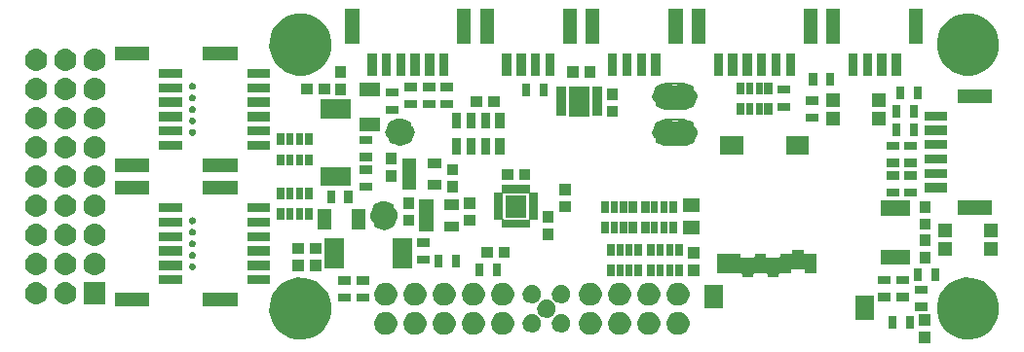
<source format=gts>
G04 #@! TF.FileFunction,Soldermask,Top*
%FSLAX46Y46*%
G04 Gerber Fmt 4.6, Leading zero omitted, Abs format (unit mm)*
G04 Created by KiCad (PCBNEW 4.0.5) date 01/10/17 14:27:18*
%MOMM*%
%LPD*%
G01*
G04 APERTURE LIST*
%ADD10C,0.100000*%
%ADD11C,0.200000*%
%ADD12C,1.200000*%
G04 APERTURE END LIST*
D10*
D11*
X102725000Y-91925000D02*
X104325000Y-91925000D01*
X104325000Y-94125000D02*
X102725000Y-94125000D01*
D12*
X103325000Y-93025000D02*
G75*
G03X103325000Y-93025000I-600000J0D01*
G01*
X104925000Y-93025000D02*
G75*
G03X104925000Y-93025000I-600000J0D01*
G01*
D11*
X103725000Y-93925000D02*
X103325000Y-93925000D01*
X103725000Y-92125000D02*
X103325000Y-92125000D01*
X102725000Y-95075000D02*
X104325000Y-95075000D01*
X104325000Y-97275000D02*
X102725000Y-97275000D01*
D12*
X103325000Y-96175000D02*
G75*
G03X103325000Y-96175000I-600000J0D01*
G01*
X104925000Y-96175000D02*
G75*
G03X104925000Y-96175000I-600000J0D01*
G01*
D11*
X103725000Y-97075000D02*
X103325000Y-97075000D01*
X103725000Y-95275000D02*
X103325000Y-95275000D01*
X79750000Y-97225000D02*
X79550000Y-97225000D01*
X79550000Y-95025000D02*
X79750000Y-95025000D01*
D12*
X80350000Y-96125000D02*
G75*
G03X80350000Y-96125000I-600000J0D01*
G01*
X80150000Y-96125000D02*
G75*
G03X80150000Y-96125000I-600000J0D01*
G01*
D11*
X79350000Y-103300000D02*
X79350000Y-103500000D01*
X77150000Y-103500000D02*
X77150000Y-103300000D01*
D12*
X78850000Y-103300000D02*
G75*
G03X78850000Y-103300000I-600000J0D01*
G01*
X78850000Y-103500000D02*
G75*
G03X78850000Y-103500000I-600000J0D01*
G01*
D10*
G36*
X125748780Y-114498080D02*
X124751220Y-114498080D01*
X124751220Y-113500520D01*
X125748780Y-113500520D01*
X125748780Y-114498080D01*
X125748780Y-114498080D01*
G37*
G36*
X71283592Y-108801797D02*
X71802277Y-108908268D01*
X72290398Y-109113455D01*
X72729373Y-109409546D01*
X73102477Y-109785265D01*
X73395496Y-110226293D01*
X73597271Y-110715836D01*
X73700050Y-111234908D01*
X73700050Y-111234917D01*
X73700116Y-111235251D01*
X73691671Y-111840037D01*
X73691595Y-111840371D01*
X73691595Y-111840383D01*
X73574365Y-112356375D01*
X73358998Y-112840097D01*
X73053779Y-113272772D01*
X72670327Y-113637928D01*
X72223262Y-113921644D01*
X71729597Y-114113125D01*
X71208146Y-114205070D01*
X70678765Y-114193982D01*
X70161612Y-114080278D01*
X69676404Y-113868296D01*
X69241608Y-113566104D01*
X68873786Y-113185213D01*
X68586955Y-112740139D01*
X68392034Y-112247824D01*
X68296448Y-111727020D01*
X68303842Y-111197576D01*
X68413930Y-110679652D01*
X68622522Y-110192970D01*
X68921671Y-109756075D01*
X69299984Y-109385603D01*
X69743047Y-109095670D01*
X70233989Y-108897317D01*
X70754104Y-108798100D01*
X71283592Y-108801797D01*
X71283592Y-108801797D01*
G37*
G36*
X129283592Y-108801797D02*
X129802277Y-108908268D01*
X130290398Y-109113455D01*
X130729373Y-109409546D01*
X131102477Y-109785265D01*
X131395496Y-110226293D01*
X131597271Y-110715836D01*
X131700050Y-111234908D01*
X131700050Y-111234917D01*
X131700116Y-111235251D01*
X131691671Y-111840037D01*
X131691595Y-111840371D01*
X131691595Y-111840383D01*
X131574365Y-112356375D01*
X131358998Y-112840097D01*
X131053779Y-113272772D01*
X130670327Y-113637928D01*
X130223262Y-113921644D01*
X129729597Y-114113125D01*
X129208146Y-114205070D01*
X128678765Y-114193982D01*
X128161612Y-114080278D01*
X127676404Y-113868296D01*
X127241608Y-113566104D01*
X126873786Y-113185213D01*
X126586955Y-112740139D01*
X126392034Y-112247824D01*
X126296448Y-111727020D01*
X126303842Y-111197576D01*
X126413930Y-110679652D01*
X126622522Y-110192970D01*
X126921671Y-109756075D01*
X127299984Y-109385603D01*
X127743047Y-109095670D01*
X128233989Y-108897317D01*
X128754104Y-108798100D01*
X129283592Y-108801797D01*
X129283592Y-108801797D01*
G37*
G36*
X81055034Y-111770664D02*
X81247141Y-111810098D01*
X81427925Y-111886093D01*
X81590509Y-111995756D01*
X81728697Y-112134913D01*
X81837223Y-112298256D01*
X81911954Y-112479567D01*
X81949978Y-112671601D01*
X81949978Y-112671616D01*
X81950043Y-112671945D01*
X81946916Y-112895940D01*
X81946839Y-112896278D01*
X81946839Y-112896286D01*
X81903471Y-113087175D01*
X81823705Y-113266333D01*
X81710661Y-113426583D01*
X81568639Y-113561828D01*
X81403061Y-113666906D01*
X81220221Y-113737827D01*
X81027093Y-113771879D01*
X80831025Y-113767773D01*
X80639485Y-113725660D01*
X80459779Y-113647147D01*
X80298742Y-113535225D01*
X80162511Y-113394153D01*
X80056279Y-113229313D01*
X79984085Y-113046974D01*
X79948682Y-112854080D01*
X79951421Y-112657990D01*
X79992194Y-112466168D01*
X80069451Y-112285914D01*
X80180247Y-112124101D01*
X80320364Y-111986887D01*
X80484461Y-111879505D01*
X80666292Y-111806041D01*
X80858925Y-111769294D01*
X81055034Y-111770664D01*
X81055034Y-111770664D01*
G37*
G36*
X98835034Y-111770664D02*
X99027141Y-111810098D01*
X99207925Y-111886093D01*
X99370509Y-111995756D01*
X99508697Y-112134913D01*
X99617223Y-112298256D01*
X99691954Y-112479567D01*
X99729978Y-112671601D01*
X99729978Y-112671616D01*
X99730043Y-112671945D01*
X99726916Y-112895940D01*
X99726839Y-112896278D01*
X99726839Y-112896286D01*
X99683471Y-113087175D01*
X99603705Y-113266333D01*
X99490661Y-113426583D01*
X99348639Y-113561828D01*
X99183061Y-113666906D01*
X99000221Y-113737827D01*
X98807093Y-113771879D01*
X98611025Y-113767773D01*
X98419485Y-113725660D01*
X98239779Y-113647147D01*
X98078742Y-113535225D01*
X97942511Y-113394153D01*
X97836279Y-113229313D01*
X97764085Y-113046974D01*
X97728682Y-112854080D01*
X97731421Y-112657990D01*
X97772194Y-112466168D01*
X97849451Y-112285914D01*
X97960247Y-112124101D01*
X98100364Y-111986887D01*
X98264461Y-111879505D01*
X98446292Y-111806041D01*
X98638925Y-111769294D01*
X98835034Y-111770664D01*
X98835034Y-111770664D01*
G37*
G36*
X78515034Y-111770664D02*
X78707141Y-111810098D01*
X78887925Y-111886093D01*
X79050509Y-111995756D01*
X79188697Y-112134913D01*
X79297223Y-112298256D01*
X79371954Y-112479567D01*
X79409978Y-112671601D01*
X79409978Y-112671616D01*
X79410043Y-112671945D01*
X79406916Y-112895940D01*
X79406839Y-112896278D01*
X79406839Y-112896286D01*
X79363471Y-113087175D01*
X79283705Y-113266333D01*
X79170661Y-113426583D01*
X79028639Y-113561828D01*
X78863061Y-113666906D01*
X78680221Y-113737827D01*
X78487093Y-113771879D01*
X78291025Y-113767773D01*
X78099485Y-113725660D01*
X77919779Y-113647147D01*
X77758742Y-113535225D01*
X77622511Y-113394153D01*
X77516279Y-113229313D01*
X77444085Y-113046974D01*
X77408682Y-112854080D01*
X77411421Y-112657990D01*
X77452194Y-112466168D01*
X77529451Y-112285914D01*
X77640247Y-112124101D01*
X77780364Y-111986887D01*
X77944461Y-111879505D01*
X78126292Y-111806041D01*
X78318925Y-111769294D01*
X78515034Y-111770664D01*
X78515034Y-111770664D01*
G37*
G36*
X83595034Y-111770664D02*
X83787141Y-111810098D01*
X83967925Y-111886093D01*
X84130509Y-111995756D01*
X84268697Y-112134913D01*
X84377223Y-112298256D01*
X84451954Y-112479567D01*
X84489978Y-112671601D01*
X84489978Y-112671616D01*
X84490043Y-112671945D01*
X84486916Y-112895940D01*
X84486839Y-112896278D01*
X84486839Y-112896286D01*
X84443471Y-113087175D01*
X84363705Y-113266333D01*
X84250661Y-113426583D01*
X84108639Y-113561828D01*
X83943061Y-113666906D01*
X83760221Y-113737827D01*
X83567093Y-113771879D01*
X83371025Y-113767773D01*
X83179485Y-113725660D01*
X82999779Y-113647147D01*
X82838742Y-113535225D01*
X82702511Y-113394153D01*
X82596279Y-113229313D01*
X82524085Y-113046974D01*
X82488682Y-112854080D01*
X82491421Y-112657990D01*
X82532194Y-112466168D01*
X82609451Y-112285914D01*
X82720247Y-112124101D01*
X82860364Y-111986887D01*
X83024461Y-111879505D01*
X83206292Y-111806041D01*
X83398925Y-111769294D01*
X83595034Y-111770664D01*
X83595034Y-111770664D01*
G37*
G36*
X86135034Y-111770664D02*
X86327141Y-111810098D01*
X86507925Y-111886093D01*
X86670509Y-111995756D01*
X86808697Y-112134913D01*
X86917223Y-112298256D01*
X86991954Y-112479567D01*
X87029978Y-112671601D01*
X87029978Y-112671616D01*
X87030043Y-112671945D01*
X87026916Y-112895940D01*
X87026839Y-112896278D01*
X87026839Y-112896286D01*
X86983471Y-113087175D01*
X86903705Y-113266333D01*
X86790661Y-113426583D01*
X86648639Y-113561828D01*
X86483061Y-113666906D01*
X86300221Y-113737827D01*
X86107093Y-113771879D01*
X85911025Y-113767773D01*
X85719485Y-113725660D01*
X85539779Y-113647147D01*
X85378742Y-113535225D01*
X85242511Y-113394153D01*
X85136279Y-113229313D01*
X85064085Y-113046974D01*
X85028682Y-112854080D01*
X85031421Y-112657990D01*
X85072194Y-112466168D01*
X85149451Y-112285914D01*
X85260247Y-112124101D01*
X85400364Y-111986887D01*
X85564461Y-111879505D01*
X85746292Y-111806041D01*
X85938925Y-111769294D01*
X86135034Y-111770664D01*
X86135034Y-111770664D01*
G37*
G36*
X96295034Y-111770664D02*
X96487141Y-111810098D01*
X96667925Y-111886093D01*
X96830509Y-111995756D01*
X96968697Y-112134913D01*
X97077223Y-112298256D01*
X97151954Y-112479567D01*
X97189978Y-112671601D01*
X97189978Y-112671616D01*
X97190043Y-112671945D01*
X97186916Y-112895940D01*
X97186839Y-112896278D01*
X97186839Y-112896286D01*
X97143471Y-113087175D01*
X97063705Y-113266333D01*
X96950661Y-113426583D01*
X96808639Y-113561828D01*
X96643061Y-113666906D01*
X96460221Y-113737827D01*
X96267093Y-113771879D01*
X96071025Y-113767773D01*
X95879485Y-113725660D01*
X95699779Y-113647147D01*
X95538742Y-113535225D01*
X95402511Y-113394153D01*
X95296279Y-113229313D01*
X95224085Y-113046974D01*
X95188682Y-112854080D01*
X95191421Y-112657990D01*
X95232194Y-112466168D01*
X95309451Y-112285914D01*
X95420247Y-112124101D01*
X95560364Y-111986887D01*
X95724461Y-111879505D01*
X95906292Y-111806041D01*
X96098925Y-111769294D01*
X96295034Y-111770664D01*
X96295034Y-111770664D01*
G37*
G36*
X88675034Y-111770664D02*
X88867141Y-111810098D01*
X89047925Y-111886093D01*
X89210509Y-111995756D01*
X89348697Y-112134913D01*
X89457223Y-112298256D01*
X89531954Y-112479567D01*
X89569978Y-112671601D01*
X89569978Y-112671616D01*
X89570043Y-112671945D01*
X89566916Y-112895940D01*
X89566839Y-112896278D01*
X89566839Y-112896286D01*
X89523471Y-113087175D01*
X89443705Y-113266333D01*
X89330661Y-113426583D01*
X89188639Y-113561828D01*
X89023061Y-113666906D01*
X88840221Y-113737827D01*
X88647093Y-113771879D01*
X88451025Y-113767773D01*
X88259485Y-113725660D01*
X88079779Y-113647147D01*
X87918742Y-113535225D01*
X87782511Y-113394153D01*
X87676279Y-113229313D01*
X87604085Y-113046974D01*
X87568682Y-112854080D01*
X87571421Y-112657990D01*
X87612194Y-112466168D01*
X87689451Y-112285914D01*
X87800247Y-112124101D01*
X87940364Y-111986887D01*
X88104461Y-111879505D01*
X88286292Y-111806041D01*
X88478925Y-111769294D01*
X88675034Y-111770664D01*
X88675034Y-111770664D01*
G37*
G36*
X103915034Y-111770664D02*
X104107141Y-111810098D01*
X104287925Y-111886093D01*
X104450509Y-111995756D01*
X104588697Y-112134913D01*
X104697223Y-112298256D01*
X104771954Y-112479567D01*
X104809978Y-112671601D01*
X104809978Y-112671616D01*
X104810043Y-112671945D01*
X104806916Y-112895940D01*
X104806839Y-112896278D01*
X104806839Y-112896286D01*
X104763471Y-113087175D01*
X104683705Y-113266333D01*
X104570661Y-113426583D01*
X104428639Y-113561828D01*
X104263061Y-113666906D01*
X104080221Y-113737827D01*
X103887093Y-113771879D01*
X103691025Y-113767773D01*
X103499485Y-113725660D01*
X103319779Y-113647147D01*
X103158742Y-113535225D01*
X103022511Y-113394153D01*
X102916279Y-113229313D01*
X102844085Y-113046974D01*
X102808682Y-112854080D01*
X102811421Y-112657990D01*
X102852194Y-112466168D01*
X102929451Y-112285914D01*
X103040247Y-112124101D01*
X103180364Y-111986887D01*
X103344461Y-111879505D01*
X103526292Y-111806041D01*
X103718925Y-111769294D01*
X103915034Y-111770664D01*
X103915034Y-111770664D01*
G37*
G36*
X101375034Y-111770664D02*
X101567141Y-111810098D01*
X101747925Y-111886093D01*
X101910509Y-111995756D01*
X102048697Y-112134913D01*
X102157223Y-112298256D01*
X102231954Y-112479567D01*
X102269978Y-112671601D01*
X102269978Y-112671616D01*
X102270043Y-112671945D01*
X102266916Y-112895940D01*
X102266839Y-112896278D01*
X102266839Y-112896286D01*
X102223471Y-113087175D01*
X102143705Y-113266333D01*
X102030661Y-113426583D01*
X101888639Y-113561828D01*
X101723061Y-113666906D01*
X101540221Y-113737827D01*
X101347093Y-113771879D01*
X101151025Y-113767773D01*
X100959485Y-113725660D01*
X100779779Y-113647147D01*
X100618742Y-113535225D01*
X100482511Y-113394153D01*
X100376279Y-113229313D01*
X100304085Y-113046974D01*
X100268682Y-112854080D01*
X100271421Y-112657990D01*
X100312194Y-112466168D01*
X100389451Y-112285914D01*
X100500247Y-112124101D01*
X100640364Y-111986887D01*
X100804461Y-111879505D01*
X100986292Y-111806041D01*
X101178925Y-111769294D01*
X101375034Y-111770664D01*
X101375034Y-111770664D01*
G37*
G36*
X93734027Y-111970531D02*
X93887713Y-112002078D01*
X94032340Y-112062874D01*
X94162407Y-112150605D01*
X94272958Y-112261931D01*
X94359779Y-112392605D01*
X94419563Y-112537653D01*
X94449969Y-112691212D01*
X94449969Y-112691227D01*
X94450034Y-112691556D01*
X94447532Y-112870752D01*
X94447456Y-112871086D01*
X94447456Y-112871097D01*
X94412776Y-113023741D01*
X94348964Y-113167066D01*
X94258529Y-113295266D01*
X94144910Y-113403463D01*
X94012449Y-113487526D01*
X93866177Y-113544262D01*
X93711675Y-113571504D01*
X93554821Y-113568219D01*
X93401588Y-113534528D01*
X93257825Y-113471720D01*
X93128991Y-113382178D01*
X93020008Y-113269322D01*
X92935023Y-113137451D01*
X92877268Y-112991579D01*
X92848946Y-112837263D01*
X92851137Y-112680391D01*
X92883754Y-112526936D01*
X92945561Y-112382731D01*
X93034197Y-112253281D01*
X93146292Y-112143509D01*
X93277567Y-112057605D01*
X93423035Y-111998832D01*
X93577140Y-111969435D01*
X93734027Y-111970531D01*
X93734027Y-111970531D01*
G37*
G36*
X91194027Y-111970531D02*
X91347713Y-112002078D01*
X91492340Y-112062874D01*
X91622407Y-112150605D01*
X91732958Y-112261931D01*
X91819779Y-112392605D01*
X91879563Y-112537653D01*
X91909969Y-112691212D01*
X91909969Y-112691227D01*
X91910034Y-112691556D01*
X91907532Y-112870752D01*
X91907456Y-112871086D01*
X91907456Y-112871097D01*
X91872776Y-113023741D01*
X91808964Y-113167066D01*
X91718529Y-113295266D01*
X91604910Y-113403463D01*
X91472449Y-113487526D01*
X91326177Y-113544262D01*
X91171675Y-113571504D01*
X91014821Y-113568219D01*
X90861588Y-113534528D01*
X90717825Y-113471720D01*
X90588991Y-113382178D01*
X90480008Y-113269322D01*
X90395023Y-113137451D01*
X90337268Y-112991579D01*
X90308946Y-112837263D01*
X90311137Y-112680391D01*
X90343754Y-112526936D01*
X90405561Y-112382731D01*
X90494197Y-112253281D01*
X90606292Y-112143509D01*
X90737567Y-112057605D01*
X90883035Y-111998832D01*
X91037140Y-111969435D01*
X91194027Y-111970531D01*
X91194027Y-111970531D01*
G37*
G36*
X124300000Y-113250000D02*
X123600000Y-113250000D01*
X123600000Y-112150000D01*
X124300000Y-112150000D01*
X124300000Y-113250000D01*
X124300000Y-113250000D01*
G37*
G36*
X122800000Y-113250000D02*
X122100000Y-113250000D01*
X122100000Y-112150000D01*
X122800000Y-112150000D01*
X122800000Y-113250000D01*
X122800000Y-113250000D01*
G37*
G36*
X125748780Y-112999480D02*
X124751220Y-112999480D01*
X124751220Y-112001920D01*
X125748780Y-112001920D01*
X125748780Y-112999480D01*
X125748780Y-112999480D01*
G37*
G36*
X120825000Y-112500000D02*
X119225000Y-112500000D01*
X119225000Y-110400000D01*
X120825000Y-110400000D01*
X120825000Y-112500000D01*
X120825000Y-112500000D01*
G37*
G36*
X92464027Y-110700531D02*
X92617713Y-110732078D01*
X92762340Y-110792874D01*
X92892407Y-110880605D01*
X93002958Y-110991931D01*
X93089779Y-111122605D01*
X93149563Y-111267653D01*
X93179969Y-111421212D01*
X93179969Y-111421227D01*
X93180034Y-111421556D01*
X93177532Y-111600752D01*
X93177456Y-111601086D01*
X93177456Y-111601097D01*
X93142776Y-111753741D01*
X93078964Y-111897066D01*
X92988529Y-112025266D01*
X92874910Y-112133463D01*
X92742449Y-112217526D01*
X92596177Y-112274262D01*
X92441675Y-112301504D01*
X92284821Y-112298219D01*
X92131588Y-112264528D01*
X91987825Y-112201720D01*
X91858991Y-112112178D01*
X91750008Y-111999322D01*
X91665023Y-111867451D01*
X91607268Y-111721579D01*
X91578946Y-111567263D01*
X91581137Y-111410391D01*
X91613754Y-111256936D01*
X91675561Y-111112731D01*
X91764197Y-110983281D01*
X91876292Y-110873509D01*
X92007567Y-110787605D01*
X92153035Y-110728832D01*
X92307140Y-110699435D01*
X92464027Y-110700531D01*
X92464027Y-110700531D01*
G37*
G36*
X125475000Y-111700000D02*
X124375000Y-111700000D01*
X124375000Y-111000000D01*
X125475000Y-111000000D01*
X125475000Y-111700000D01*
X125475000Y-111700000D01*
G37*
G36*
X107675000Y-111500000D02*
X106075000Y-111500000D01*
X106075000Y-109400000D01*
X107675000Y-109400000D01*
X107675000Y-111500000D01*
X107675000Y-111500000D01*
G37*
G36*
X57875000Y-111300000D02*
X54875000Y-111300000D01*
X54875000Y-110100000D01*
X57875000Y-110100000D01*
X57875000Y-111300000D01*
X57875000Y-111300000D01*
G37*
G36*
X65525000Y-111300000D02*
X62525000Y-111300000D01*
X62525000Y-110100000D01*
X65525000Y-110100000D01*
X65525000Y-111300000D01*
X65525000Y-111300000D01*
G37*
G36*
X103915034Y-109230664D02*
X104107141Y-109270098D01*
X104287925Y-109346093D01*
X104450509Y-109455756D01*
X104588697Y-109594913D01*
X104697223Y-109758256D01*
X104771954Y-109939567D01*
X104809978Y-110131601D01*
X104809978Y-110131616D01*
X104810043Y-110131945D01*
X104806916Y-110355940D01*
X104806839Y-110356278D01*
X104806839Y-110356286D01*
X104763471Y-110547175D01*
X104683705Y-110726333D01*
X104570661Y-110886583D01*
X104428639Y-111021828D01*
X104263061Y-111126906D01*
X104080221Y-111197827D01*
X103887093Y-111231879D01*
X103691025Y-111227773D01*
X103499485Y-111185660D01*
X103319779Y-111107147D01*
X103158742Y-110995225D01*
X103022511Y-110854153D01*
X102916279Y-110689313D01*
X102844085Y-110506974D01*
X102808682Y-110314080D01*
X102811421Y-110117990D01*
X102852194Y-109926168D01*
X102929451Y-109745914D01*
X103040247Y-109584101D01*
X103180364Y-109446887D01*
X103344461Y-109339505D01*
X103526292Y-109266041D01*
X103718925Y-109229294D01*
X103915034Y-109230664D01*
X103915034Y-109230664D01*
G37*
G36*
X101375034Y-109230664D02*
X101567141Y-109270098D01*
X101747925Y-109346093D01*
X101910509Y-109455756D01*
X102048697Y-109594913D01*
X102157223Y-109758256D01*
X102231954Y-109939567D01*
X102269978Y-110131601D01*
X102269978Y-110131616D01*
X102270043Y-110131945D01*
X102266916Y-110355940D01*
X102266839Y-110356278D01*
X102266839Y-110356286D01*
X102223471Y-110547175D01*
X102143705Y-110726333D01*
X102030661Y-110886583D01*
X101888639Y-111021828D01*
X101723061Y-111126906D01*
X101540221Y-111197827D01*
X101347093Y-111231879D01*
X101151025Y-111227773D01*
X100959485Y-111185660D01*
X100779779Y-111107147D01*
X100618742Y-110995225D01*
X100482511Y-110854153D01*
X100376279Y-110689313D01*
X100304085Y-110506974D01*
X100268682Y-110314080D01*
X100271421Y-110117990D01*
X100312194Y-109926168D01*
X100389451Y-109745914D01*
X100500247Y-109584101D01*
X100640364Y-109446887D01*
X100804461Y-109339505D01*
X100986292Y-109266041D01*
X101178925Y-109229294D01*
X101375034Y-109230664D01*
X101375034Y-109230664D01*
G37*
G36*
X88675034Y-109230664D02*
X88867141Y-109270098D01*
X89047925Y-109346093D01*
X89210509Y-109455756D01*
X89348697Y-109594913D01*
X89457223Y-109758256D01*
X89531954Y-109939567D01*
X89569978Y-110131601D01*
X89569978Y-110131616D01*
X89570043Y-110131945D01*
X89566916Y-110355940D01*
X89566839Y-110356278D01*
X89566839Y-110356286D01*
X89523471Y-110547175D01*
X89443705Y-110726333D01*
X89330661Y-110886583D01*
X89188639Y-111021828D01*
X89023061Y-111126906D01*
X88840221Y-111197827D01*
X88647093Y-111231879D01*
X88451025Y-111227773D01*
X88259485Y-111185660D01*
X88079779Y-111107147D01*
X87918742Y-110995225D01*
X87782511Y-110854153D01*
X87676279Y-110689313D01*
X87604085Y-110506974D01*
X87568682Y-110314080D01*
X87571421Y-110117990D01*
X87612194Y-109926168D01*
X87689451Y-109745914D01*
X87800247Y-109584101D01*
X87940364Y-109446887D01*
X88104461Y-109339505D01*
X88286292Y-109266041D01*
X88478925Y-109229294D01*
X88675034Y-109230664D01*
X88675034Y-109230664D01*
G37*
G36*
X96295034Y-109230664D02*
X96487141Y-109270098D01*
X96667925Y-109346093D01*
X96830509Y-109455756D01*
X96968697Y-109594913D01*
X97077223Y-109758256D01*
X97151954Y-109939567D01*
X97189978Y-110131601D01*
X97189978Y-110131616D01*
X97190043Y-110131945D01*
X97186916Y-110355940D01*
X97186839Y-110356278D01*
X97186839Y-110356286D01*
X97143471Y-110547175D01*
X97063705Y-110726333D01*
X96950661Y-110886583D01*
X96808639Y-111021828D01*
X96643061Y-111126906D01*
X96460221Y-111197827D01*
X96267093Y-111231879D01*
X96071025Y-111227773D01*
X95879485Y-111185660D01*
X95699779Y-111107147D01*
X95538742Y-110995225D01*
X95402511Y-110854153D01*
X95296279Y-110689313D01*
X95224085Y-110506974D01*
X95188682Y-110314080D01*
X95191421Y-110117990D01*
X95232194Y-109926168D01*
X95309451Y-109745914D01*
X95420247Y-109584101D01*
X95560364Y-109446887D01*
X95724461Y-109339505D01*
X95906292Y-109266041D01*
X96098925Y-109229294D01*
X96295034Y-109230664D01*
X96295034Y-109230664D01*
G37*
G36*
X86135034Y-109230664D02*
X86327141Y-109270098D01*
X86507925Y-109346093D01*
X86670509Y-109455756D01*
X86808697Y-109594913D01*
X86917223Y-109758256D01*
X86991954Y-109939567D01*
X87029978Y-110131601D01*
X87029978Y-110131616D01*
X87030043Y-110131945D01*
X87026916Y-110355940D01*
X87026839Y-110356278D01*
X87026839Y-110356286D01*
X86983471Y-110547175D01*
X86903705Y-110726333D01*
X86790661Y-110886583D01*
X86648639Y-111021828D01*
X86483061Y-111126906D01*
X86300221Y-111197827D01*
X86107093Y-111231879D01*
X85911025Y-111227773D01*
X85719485Y-111185660D01*
X85539779Y-111107147D01*
X85378742Y-110995225D01*
X85242511Y-110854153D01*
X85136279Y-110689313D01*
X85064085Y-110506974D01*
X85028682Y-110314080D01*
X85031421Y-110117990D01*
X85072194Y-109926168D01*
X85149451Y-109745914D01*
X85260247Y-109584101D01*
X85400364Y-109446887D01*
X85564461Y-109339505D01*
X85746292Y-109266041D01*
X85938925Y-109229294D01*
X86135034Y-109230664D01*
X86135034Y-109230664D01*
G37*
G36*
X83595034Y-109230664D02*
X83787141Y-109270098D01*
X83967925Y-109346093D01*
X84130509Y-109455756D01*
X84268697Y-109594913D01*
X84377223Y-109758256D01*
X84451954Y-109939567D01*
X84489978Y-110131601D01*
X84489978Y-110131616D01*
X84490043Y-110131945D01*
X84486916Y-110355940D01*
X84486839Y-110356278D01*
X84486839Y-110356286D01*
X84443471Y-110547175D01*
X84363705Y-110726333D01*
X84250661Y-110886583D01*
X84108639Y-111021828D01*
X83943061Y-111126906D01*
X83760221Y-111197827D01*
X83567093Y-111231879D01*
X83371025Y-111227773D01*
X83179485Y-111185660D01*
X82999779Y-111107147D01*
X82838742Y-110995225D01*
X82702511Y-110854153D01*
X82596279Y-110689313D01*
X82524085Y-110506974D01*
X82488682Y-110314080D01*
X82491421Y-110117990D01*
X82532194Y-109926168D01*
X82609451Y-109745914D01*
X82720247Y-109584101D01*
X82860364Y-109446887D01*
X83024461Y-109339505D01*
X83206292Y-109266041D01*
X83398925Y-109229294D01*
X83595034Y-109230664D01*
X83595034Y-109230664D01*
G37*
G36*
X78515034Y-109230664D02*
X78707141Y-109270098D01*
X78887925Y-109346093D01*
X79050509Y-109455756D01*
X79188697Y-109594913D01*
X79297223Y-109758256D01*
X79371954Y-109939567D01*
X79409978Y-110131601D01*
X79409978Y-110131616D01*
X79410043Y-110131945D01*
X79406916Y-110355940D01*
X79406839Y-110356278D01*
X79406839Y-110356286D01*
X79363471Y-110547175D01*
X79283705Y-110726333D01*
X79170661Y-110886583D01*
X79028639Y-111021828D01*
X78863061Y-111126906D01*
X78680221Y-111197827D01*
X78487093Y-111231879D01*
X78291025Y-111227773D01*
X78099485Y-111185660D01*
X77919779Y-111107147D01*
X77758742Y-110995225D01*
X77622511Y-110854153D01*
X77516279Y-110689313D01*
X77444085Y-110506974D01*
X77408682Y-110314080D01*
X77411421Y-110117990D01*
X77452194Y-109926168D01*
X77529451Y-109745914D01*
X77640247Y-109584101D01*
X77780364Y-109446887D01*
X77944461Y-109339505D01*
X78126292Y-109266041D01*
X78318925Y-109229294D01*
X78515034Y-109230664D01*
X78515034Y-109230664D01*
G37*
G36*
X81055034Y-109230664D02*
X81247141Y-109270098D01*
X81427925Y-109346093D01*
X81590509Y-109455756D01*
X81728697Y-109594913D01*
X81837223Y-109758256D01*
X81911954Y-109939567D01*
X81949978Y-110131601D01*
X81949978Y-110131616D01*
X81950043Y-110131945D01*
X81946916Y-110355940D01*
X81946839Y-110356278D01*
X81946839Y-110356286D01*
X81903471Y-110547175D01*
X81823705Y-110726333D01*
X81710661Y-110886583D01*
X81568639Y-111021828D01*
X81403061Y-111126906D01*
X81220221Y-111197827D01*
X81027093Y-111231879D01*
X80831025Y-111227773D01*
X80639485Y-111185660D01*
X80459779Y-111107147D01*
X80298742Y-110995225D01*
X80162511Y-110854153D01*
X80056279Y-110689313D01*
X79984085Y-110506974D01*
X79948682Y-110314080D01*
X79951421Y-110117990D01*
X79992194Y-109926168D01*
X80069451Y-109745914D01*
X80180247Y-109584101D01*
X80320364Y-109446887D01*
X80484461Y-109339505D01*
X80666292Y-109266041D01*
X80858925Y-109229294D01*
X81055034Y-109230664D01*
X81055034Y-109230664D01*
G37*
G36*
X98835034Y-109230664D02*
X99027141Y-109270098D01*
X99207925Y-109346093D01*
X99370509Y-109455756D01*
X99508697Y-109594913D01*
X99617223Y-109758256D01*
X99691954Y-109939567D01*
X99729978Y-110131601D01*
X99729978Y-110131616D01*
X99730043Y-110131945D01*
X99726916Y-110355940D01*
X99726839Y-110356278D01*
X99726839Y-110356286D01*
X99683471Y-110547175D01*
X99603705Y-110726333D01*
X99490661Y-110886583D01*
X99348639Y-111021828D01*
X99183061Y-111126906D01*
X99000221Y-111197827D01*
X98807093Y-111231879D01*
X98611025Y-111227773D01*
X98419485Y-111185660D01*
X98239779Y-111107147D01*
X98078742Y-110995225D01*
X97942511Y-110854153D01*
X97836279Y-110689313D01*
X97764085Y-110506974D01*
X97728682Y-110314080D01*
X97731421Y-110117990D01*
X97772194Y-109926168D01*
X97849451Y-109745914D01*
X97960247Y-109584101D01*
X98100364Y-109446887D01*
X98264461Y-109339505D01*
X98446292Y-109266041D01*
X98638925Y-109229294D01*
X98835034Y-109230664D01*
X98835034Y-109230664D01*
G37*
G36*
X50765349Y-109213467D02*
X50944805Y-109269705D01*
X51109920Y-109359728D01*
X51109947Y-109359751D01*
X51109955Y-109359755D01*
X51254407Y-109480108D01*
X51372727Y-109626221D01*
X51372730Y-109626227D01*
X51372757Y-109626260D01*
X51460465Y-109792616D01*
X51514193Y-109972839D01*
X51531891Y-110160066D01*
X51512886Y-110347166D01*
X51457902Y-110527011D01*
X51369033Y-110692750D01*
X51249665Y-110838071D01*
X51243071Y-110844665D01*
X51233491Y-110854112D01*
X51086517Y-110971440D01*
X50919553Y-111057986D01*
X50738958Y-111110453D01*
X50551613Y-111126845D01*
X50364651Y-111106534D01*
X50185195Y-111050295D01*
X50020080Y-110960272D01*
X50020053Y-110960249D01*
X50020045Y-110960245D01*
X49875593Y-110839892D01*
X49757273Y-110693779D01*
X49757270Y-110693773D01*
X49757243Y-110693740D01*
X49669534Y-110527384D01*
X49615807Y-110347161D01*
X49598109Y-110159934D01*
X49617114Y-109972834D01*
X49672098Y-109792989D01*
X49760967Y-109627251D01*
X49880335Y-109481929D01*
X49886929Y-109475335D01*
X49896509Y-109465888D01*
X50043483Y-109348560D01*
X50210446Y-109262014D01*
X50391041Y-109209547D01*
X50578387Y-109193156D01*
X50765349Y-109213467D01*
X50765349Y-109213467D01*
G37*
G36*
X48225349Y-109213467D02*
X48404805Y-109269705D01*
X48569920Y-109359728D01*
X48569947Y-109359751D01*
X48569955Y-109359755D01*
X48714407Y-109480108D01*
X48832727Y-109626221D01*
X48832730Y-109626227D01*
X48832757Y-109626260D01*
X48920465Y-109792616D01*
X48974193Y-109972839D01*
X48991891Y-110160066D01*
X48972886Y-110347166D01*
X48917902Y-110527011D01*
X48829033Y-110692750D01*
X48709665Y-110838071D01*
X48703071Y-110844665D01*
X48693491Y-110854112D01*
X48546517Y-110971440D01*
X48379553Y-111057986D01*
X48198958Y-111110453D01*
X48011613Y-111126845D01*
X47824651Y-111106534D01*
X47645195Y-111050295D01*
X47480080Y-110960272D01*
X47480053Y-110960249D01*
X47480045Y-110960245D01*
X47335593Y-110839892D01*
X47217273Y-110693779D01*
X47217270Y-110693773D01*
X47217243Y-110693740D01*
X47129534Y-110527384D01*
X47075807Y-110347161D01*
X47058109Y-110159934D01*
X47077114Y-109972834D01*
X47132098Y-109792989D01*
X47220967Y-109627251D01*
X47340335Y-109481929D01*
X47346929Y-109475335D01*
X47356509Y-109465888D01*
X47503483Y-109348560D01*
X47670446Y-109262014D01*
X47851041Y-109209547D01*
X48038387Y-109193156D01*
X48225349Y-109213467D01*
X48225349Y-109213467D01*
G37*
G36*
X54068600Y-111123600D02*
X52141400Y-111123600D01*
X52141400Y-109196400D01*
X54068600Y-109196400D01*
X54068600Y-111123600D01*
X54068600Y-111123600D01*
G37*
G36*
X93734027Y-109430531D02*
X93887713Y-109462078D01*
X94032340Y-109522874D01*
X94162407Y-109610605D01*
X94272958Y-109721931D01*
X94359779Y-109852605D01*
X94419563Y-109997653D01*
X94449969Y-110151212D01*
X94449969Y-110151227D01*
X94450034Y-110151556D01*
X94447532Y-110330752D01*
X94447456Y-110331086D01*
X94447456Y-110331097D01*
X94412776Y-110483741D01*
X94348964Y-110627066D01*
X94258529Y-110755266D01*
X94144910Y-110863463D01*
X94012449Y-110947526D01*
X93866177Y-111004262D01*
X93711675Y-111031504D01*
X93554821Y-111028219D01*
X93401588Y-110994528D01*
X93257825Y-110931720D01*
X93128991Y-110842178D01*
X93020008Y-110729322D01*
X92935023Y-110597451D01*
X92877268Y-110451579D01*
X92848946Y-110297263D01*
X92851137Y-110140391D01*
X92883754Y-109986936D01*
X92945561Y-109842731D01*
X93034197Y-109713281D01*
X93146292Y-109603509D01*
X93277567Y-109517605D01*
X93423035Y-109458832D01*
X93577140Y-109429435D01*
X93734027Y-109430531D01*
X93734027Y-109430531D01*
G37*
G36*
X91194027Y-109430531D02*
X91347713Y-109462078D01*
X91492340Y-109522874D01*
X91622407Y-109610605D01*
X91732958Y-109721931D01*
X91819779Y-109852605D01*
X91879563Y-109997653D01*
X91909969Y-110151212D01*
X91909969Y-110151227D01*
X91910034Y-110151556D01*
X91907532Y-110330752D01*
X91907456Y-110331086D01*
X91907456Y-110331097D01*
X91872776Y-110483741D01*
X91808964Y-110627066D01*
X91718529Y-110755266D01*
X91604910Y-110863463D01*
X91472449Y-110947526D01*
X91326177Y-111004262D01*
X91171675Y-111031504D01*
X91014821Y-111028219D01*
X90861588Y-110994528D01*
X90717825Y-110931720D01*
X90588991Y-110842178D01*
X90480008Y-110729322D01*
X90395023Y-110597451D01*
X90337268Y-110451579D01*
X90308946Y-110297263D01*
X90311137Y-110140391D01*
X90343754Y-109986936D01*
X90405561Y-109842731D01*
X90494197Y-109713281D01*
X90606292Y-109603509D01*
X90737567Y-109517605D01*
X90883035Y-109458832D01*
X91037140Y-109429435D01*
X91194027Y-109430531D01*
X91194027Y-109430531D01*
G37*
G36*
X76950000Y-110900000D02*
X75850000Y-110900000D01*
X75850000Y-110200000D01*
X76950000Y-110200000D01*
X76950000Y-110900000D01*
X76950000Y-110900000D01*
G37*
G36*
X75350000Y-110900000D02*
X74250000Y-110900000D01*
X74250000Y-110200000D01*
X75350000Y-110200000D01*
X75350000Y-110900000D01*
X75350000Y-110900000D01*
G37*
G36*
X122275000Y-110850000D02*
X121175000Y-110850000D01*
X121175000Y-110150000D01*
X122275000Y-110150000D01*
X122275000Y-110850000D01*
X122275000Y-110850000D01*
G37*
G36*
X123875000Y-110850000D02*
X122775000Y-110850000D01*
X122775000Y-110150000D01*
X123875000Y-110150000D01*
X123875000Y-110850000D01*
X123875000Y-110850000D01*
G37*
G36*
X125475000Y-110200000D02*
X124375000Y-110200000D01*
X124375000Y-109500000D01*
X125475000Y-109500000D01*
X125475000Y-110200000D01*
X125475000Y-110200000D01*
G37*
G36*
X76950000Y-109400000D02*
X75850000Y-109400000D01*
X75850000Y-108700000D01*
X76950000Y-108700000D01*
X76950000Y-109400000D01*
X76950000Y-109400000D01*
G37*
G36*
X75350000Y-109400000D02*
X74250000Y-109400000D01*
X74250000Y-108700000D01*
X75350000Y-108700000D01*
X75350000Y-109400000D01*
X75350000Y-109400000D01*
G37*
G36*
X68375000Y-109375000D02*
X66375000Y-109375000D01*
X66375000Y-108575000D01*
X68375000Y-108575000D01*
X68375000Y-109375000D01*
X68375000Y-109375000D01*
G37*
G36*
X60725000Y-109375000D02*
X58725000Y-109375000D01*
X58725000Y-108575000D01*
X60725000Y-108575000D01*
X60725000Y-109375000D01*
X60725000Y-109375000D01*
G37*
G36*
X122275000Y-109350000D02*
X121175000Y-109350000D01*
X121175000Y-108650000D01*
X122275000Y-108650000D01*
X122275000Y-109350000D01*
X122275000Y-109350000D01*
G37*
G36*
X123875000Y-109350000D02*
X122775000Y-109350000D01*
X122775000Y-108650000D01*
X123875000Y-108650000D01*
X123875000Y-109350000D01*
X123875000Y-109350000D01*
G37*
G36*
X126525000Y-109100000D02*
X125825000Y-109100000D01*
X125825000Y-108000000D01*
X126525000Y-108000000D01*
X126525000Y-109100000D01*
X126525000Y-109100000D01*
G37*
G36*
X125025000Y-109100000D02*
X124325000Y-109100000D01*
X124325000Y-108000000D01*
X125025000Y-108000000D01*
X125025000Y-109100000D01*
X125025000Y-109100000D01*
G37*
G36*
X114765000Y-106700000D02*
X114766980Y-106713930D01*
X114772761Y-106726756D01*
X114781888Y-106737464D01*
X114793636Y-106745206D01*
X114807076Y-106749368D01*
X114815000Y-106750000D01*
X115865000Y-106750000D01*
X115865000Y-108450000D01*
X114865000Y-108450000D01*
X114865000Y-108100000D01*
X114863020Y-108086070D01*
X114857239Y-108073244D01*
X114848112Y-108062536D01*
X114836364Y-108054794D01*
X114822924Y-108050632D01*
X114815000Y-108050000D01*
X113715000Y-108050000D01*
X113701070Y-108051980D01*
X113688244Y-108057761D01*
X113677536Y-108066888D01*
X113669794Y-108078636D01*
X113665632Y-108092076D01*
X113665000Y-108100000D01*
X113665000Y-108450000D01*
X112615000Y-108450000D01*
X112601070Y-108451980D01*
X112588244Y-108457761D01*
X112577536Y-108466888D01*
X112569794Y-108478636D01*
X112565632Y-108492076D01*
X112565000Y-108500000D01*
X112565000Y-108750000D01*
X111565000Y-108750000D01*
X111565000Y-108500000D01*
X111563020Y-108486070D01*
X111557239Y-108473244D01*
X111548112Y-108462536D01*
X111536364Y-108454794D01*
X111522924Y-108450632D01*
X111515000Y-108450000D01*
X110415000Y-108450000D01*
X110401070Y-108451980D01*
X110388244Y-108457761D01*
X110377536Y-108466888D01*
X110369794Y-108478636D01*
X110365632Y-108492076D01*
X110365000Y-108500000D01*
X110365000Y-108750000D01*
X109365000Y-108750000D01*
X109365000Y-108500000D01*
X109363020Y-108486070D01*
X109357239Y-108473244D01*
X109348112Y-108462536D01*
X109336364Y-108454794D01*
X109322924Y-108450632D01*
X109315000Y-108450000D01*
X107165000Y-108450000D01*
X107165000Y-106750000D01*
X109265000Y-106750000D01*
X109265000Y-107000000D01*
X109266980Y-107013930D01*
X109272761Y-107026756D01*
X109281888Y-107037464D01*
X109293636Y-107045206D01*
X109307076Y-107049368D01*
X109315000Y-107050000D01*
X110415000Y-107050000D01*
X110428930Y-107048020D01*
X110441756Y-107042239D01*
X110452464Y-107033112D01*
X110460206Y-107021364D01*
X110464368Y-107007924D01*
X110465000Y-107000000D01*
X110465000Y-106750000D01*
X111465000Y-106750000D01*
X111465000Y-107000000D01*
X111466980Y-107013930D01*
X111472761Y-107026756D01*
X111481888Y-107037464D01*
X111493636Y-107045206D01*
X111507076Y-107049368D01*
X111515000Y-107050000D01*
X112615000Y-107050000D01*
X112628930Y-107048020D01*
X112641756Y-107042239D01*
X112652464Y-107033112D01*
X112660206Y-107021364D01*
X112664368Y-107007924D01*
X112665000Y-107000000D01*
X112665000Y-106750000D01*
X113715000Y-106750000D01*
X113728930Y-106748020D01*
X113741756Y-106742239D01*
X113752464Y-106733112D01*
X113760206Y-106721364D01*
X113764368Y-106707924D01*
X113765000Y-106700000D01*
X113765000Y-106350000D01*
X114765000Y-106350000D01*
X114765000Y-106700000D01*
X114765000Y-106700000D01*
G37*
G36*
X98325000Y-108700000D02*
X97625000Y-108700000D01*
X97625000Y-107700000D01*
X98325000Y-107700000D01*
X98325000Y-108700000D01*
X98325000Y-108700000D01*
G37*
G36*
X101825000Y-108700000D02*
X101125000Y-108700000D01*
X101125000Y-107700000D01*
X101825000Y-107700000D01*
X101825000Y-108700000D01*
X101825000Y-108700000D01*
G37*
G36*
X103375000Y-108700000D02*
X102775000Y-108700000D01*
X102775000Y-107700000D01*
X103375000Y-107700000D01*
X103375000Y-108700000D01*
X103375000Y-108700000D01*
G37*
G36*
X102575000Y-108700000D02*
X101975000Y-108700000D01*
X101975000Y-107700000D01*
X102575000Y-107700000D01*
X102575000Y-108700000D01*
X102575000Y-108700000D01*
G37*
G36*
X100725000Y-108700000D02*
X100025000Y-108700000D01*
X100025000Y-107700000D01*
X100725000Y-107700000D01*
X100725000Y-108700000D01*
X100725000Y-108700000D01*
G37*
G36*
X99875000Y-108700000D02*
X99275000Y-108700000D01*
X99275000Y-107700000D01*
X99875000Y-107700000D01*
X99875000Y-108700000D01*
X99875000Y-108700000D01*
G37*
G36*
X99075000Y-108700000D02*
X98475000Y-108700000D01*
X98475000Y-107700000D01*
X99075000Y-107700000D01*
X99075000Y-108700000D01*
X99075000Y-108700000D01*
G37*
G36*
X104225000Y-108700000D02*
X103525000Y-108700000D01*
X103525000Y-107700000D01*
X104225000Y-107700000D01*
X104225000Y-108700000D01*
X104225000Y-108700000D01*
G37*
G36*
X88425000Y-108675000D02*
X87725000Y-108675000D01*
X87725000Y-107575000D01*
X88425000Y-107575000D01*
X88425000Y-108675000D01*
X88425000Y-108675000D01*
G37*
G36*
X86925000Y-108675000D02*
X86225000Y-108675000D01*
X86225000Y-107575000D01*
X86925000Y-107575000D01*
X86925000Y-108675000D01*
X86925000Y-108675000D01*
G37*
G36*
X105650000Y-108650000D02*
X104700000Y-108650000D01*
X104700000Y-107650000D01*
X105650000Y-107650000D01*
X105650000Y-108650000D01*
X105650000Y-108650000D01*
G37*
G36*
X48225349Y-106673467D02*
X48404805Y-106729705D01*
X48569920Y-106819728D01*
X48569947Y-106819751D01*
X48569955Y-106819755D01*
X48714407Y-106940108D01*
X48832727Y-107086221D01*
X48832730Y-107086227D01*
X48832757Y-107086260D01*
X48920465Y-107252616D01*
X48974193Y-107432839D01*
X48991891Y-107620066D01*
X48972886Y-107807166D01*
X48917902Y-107987011D01*
X48829033Y-108152750D01*
X48709665Y-108298071D01*
X48703071Y-108304665D01*
X48693491Y-108314112D01*
X48546517Y-108431440D01*
X48379553Y-108517986D01*
X48198958Y-108570453D01*
X48011613Y-108586845D01*
X47824651Y-108566534D01*
X47645195Y-108510295D01*
X47480080Y-108420272D01*
X47480053Y-108420249D01*
X47480045Y-108420245D01*
X47335593Y-108299892D01*
X47217273Y-108153779D01*
X47217270Y-108153773D01*
X47217243Y-108153740D01*
X47129534Y-107987384D01*
X47075807Y-107807161D01*
X47058109Y-107619934D01*
X47077114Y-107432834D01*
X47132098Y-107252989D01*
X47220967Y-107087251D01*
X47340335Y-106941929D01*
X47346929Y-106935335D01*
X47356509Y-106925888D01*
X47503483Y-106808560D01*
X47670446Y-106722014D01*
X47851041Y-106669547D01*
X48038387Y-106653156D01*
X48225349Y-106673467D01*
X48225349Y-106673467D01*
G37*
G36*
X50765349Y-106673467D02*
X50944805Y-106729705D01*
X51109920Y-106819728D01*
X51109947Y-106819751D01*
X51109955Y-106819755D01*
X51254407Y-106940108D01*
X51372727Y-107086221D01*
X51372730Y-107086227D01*
X51372757Y-107086260D01*
X51460465Y-107252616D01*
X51514193Y-107432839D01*
X51531891Y-107620066D01*
X51512886Y-107807166D01*
X51457902Y-107987011D01*
X51369033Y-108152750D01*
X51249665Y-108298071D01*
X51243071Y-108304665D01*
X51233491Y-108314112D01*
X51086517Y-108431440D01*
X50919553Y-108517986D01*
X50738958Y-108570453D01*
X50551613Y-108586845D01*
X50364651Y-108566534D01*
X50185195Y-108510295D01*
X50020080Y-108420272D01*
X50020053Y-108420249D01*
X50020045Y-108420245D01*
X49875593Y-108299892D01*
X49757273Y-108153779D01*
X49757270Y-108153773D01*
X49757243Y-108153740D01*
X49669534Y-107987384D01*
X49615807Y-107807161D01*
X49598109Y-107619934D01*
X49617114Y-107432834D01*
X49672098Y-107252989D01*
X49760967Y-107087251D01*
X49880335Y-106941929D01*
X49886929Y-106935335D01*
X49896509Y-106925888D01*
X50043483Y-106808560D01*
X50210446Y-106722014D01*
X50391041Y-106669547D01*
X50578387Y-106653156D01*
X50765349Y-106673467D01*
X50765349Y-106673467D01*
G37*
G36*
X53116920Y-106656451D02*
X53123116Y-106656494D01*
X53310006Y-106677457D01*
X53489264Y-106734321D01*
X53654064Y-106824921D01*
X53798128Y-106945804D01*
X53915968Y-107092368D01*
X54003096Y-107259029D01*
X54056194Y-107439439D01*
X54056198Y-107439478D01*
X54056200Y-107439486D01*
X54073241Y-107626725D01*
X54053588Y-107813710D01*
X54053585Y-107813719D01*
X54053581Y-107813759D01*
X53997969Y-107993410D01*
X53908523Y-108158838D01*
X53788648Y-108303742D01*
X53642910Y-108422603D01*
X53476861Y-108510893D01*
X53296826Y-108565248D01*
X53109662Y-108583600D01*
X53100303Y-108583600D01*
X53093080Y-108583549D01*
X53086884Y-108583506D01*
X52899994Y-108562543D01*
X52720736Y-108505679D01*
X52555936Y-108415079D01*
X52411872Y-108294196D01*
X52294032Y-108147632D01*
X52206904Y-107980971D01*
X52153806Y-107800561D01*
X52153802Y-107800522D01*
X52153800Y-107800514D01*
X52136759Y-107613275D01*
X52156412Y-107426290D01*
X52156415Y-107426281D01*
X52156419Y-107426241D01*
X52212031Y-107246590D01*
X52301477Y-107081162D01*
X52421352Y-106936258D01*
X52567090Y-106817397D01*
X52733139Y-106729107D01*
X52913174Y-106674752D01*
X53100338Y-106656400D01*
X53109697Y-106656400D01*
X53116920Y-106656451D01*
X53116920Y-106656451D01*
G37*
G36*
X71300000Y-108225000D02*
X70300000Y-108225000D01*
X70300000Y-107275000D01*
X71300000Y-107275000D01*
X71300000Y-108225000D01*
X71300000Y-108225000D01*
G37*
G36*
X72800000Y-108225000D02*
X71800000Y-108225000D01*
X71800000Y-107275000D01*
X72800000Y-107275000D01*
X72800000Y-108225000D01*
X72800000Y-108225000D01*
G37*
G36*
X61631511Y-107550198D02*
X61689143Y-107562027D01*
X61743377Y-107584825D01*
X61792153Y-107617725D01*
X61833613Y-107659476D01*
X61866168Y-107708475D01*
X61888588Y-107762868D01*
X61899948Y-107820239D01*
X61899948Y-107820254D01*
X61900013Y-107820583D01*
X61899075Y-107887782D01*
X61898999Y-107888116D01*
X61898999Y-107888127D01*
X61886043Y-107945153D01*
X61862112Y-107998902D01*
X61828203Y-108046973D01*
X61785590Y-108087552D01*
X61735921Y-108119073D01*
X61681067Y-108140349D01*
X61623129Y-108150565D01*
X61564309Y-108149334D01*
X61506845Y-108136699D01*
X61452936Y-108113147D01*
X61404619Y-108079566D01*
X61363751Y-108037246D01*
X61331883Y-107987797D01*
X61310224Y-107933093D01*
X61299603Y-107875222D01*
X61300425Y-107816397D01*
X61312656Y-107758851D01*
X61335834Y-107704773D01*
X61369073Y-107656229D01*
X61411109Y-107615065D01*
X61460336Y-107582851D01*
X61514889Y-107560810D01*
X61572675Y-107549786D01*
X61631511Y-107550198D01*
X61631511Y-107550198D01*
G37*
G36*
X60725000Y-108125000D02*
X58725000Y-108125000D01*
X58725000Y-107325000D01*
X60725000Y-107325000D01*
X60725000Y-108125000D01*
X60725000Y-108125000D01*
G37*
G36*
X68375000Y-108125000D02*
X66375000Y-108125000D01*
X66375000Y-107325000D01*
X68375000Y-107325000D01*
X68375000Y-108125000D01*
X68375000Y-108125000D01*
G37*
G36*
X80675000Y-108000000D02*
X79025000Y-108000000D01*
X79025000Y-105400000D01*
X80675000Y-105400000D01*
X80675000Y-108000000D01*
X80675000Y-108000000D01*
G37*
G36*
X74775000Y-108000000D02*
X73125000Y-108000000D01*
X73125000Y-105400000D01*
X74775000Y-105400000D01*
X74775000Y-108000000D01*
X74775000Y-108000000D01*
G37*
G36*
X83350000Y-107950000D02*
X82650000Y-107950000D01*
X82650000Y-106850000D01*
X83350000Y-106850000D01*
X83350000Y-107950000D01*
X83350000Y-107950000D01*
G37*
G36*
X84850000Y-107950000D02*
X84150000Y-107950000D01*
X84150000Y-106850000D01*
X84850000Y-106850000D01*
X84850000Y-107950000D01*
X84850000Y-107950000D01*
G37*
G36*
X124000000Y-107700000D02*
X121450000Y-107700000D01*
X121450000Y-106400000D01*
X124000000Y-106400000D01*
X124000000Y-107700000D01*
X124000000Y-107700000D01*
G37*
G36*
X82200000Y-107600000D02*
X81100000Y-107600000D01*
X81100000Y-106900000D01*
X82200000Y-106900000D01*
X82200000Y-107600000D01*
X82200000Y-107600000D01*
G37*
G36*
X125750000Y-107550000D02*
X124800000Y-107550000D01*
X124800000Y-106550000D01*
X125750000Y-106550000D01*
X125750000Y-107550000D01*
X125750000Y-107550000D01*
G37*
G36*
X61631511Y-106550198D02*
X61689143Y-106562027D01*
X61743377Y-106584825D01*
X61792153Y-106617725D01*
X61833613Y-106659476D01*
X61866168Y-106708475D01*
X61888588Y-106762868D01*
X61899948Y-106820239D01*
X61899948Y-106820254D01*
X61900013Y-106820583D01*
X61899075Y-106887782D01*
X61898999Y-106888116D01*
X61898999Y-106888127D01*
X61886043Y-106945153D01*
X61862112Y-106998902D01*
X61828203Y-107046973D01*
X61785590Y-107087552D01*
X61735921Y-107119073D01*
X61681067Y-107140349D01*
X61623129Y-107150565D01*
X61564309Y-107149334D01*
X61506845Y-107136699D01*
X61452936Y-107113147D01*
X61404619Y-107079566D01*
X61363751Y-107037246D01*
X61331883Y-106987797D01*
X61310224Y-106933093D01*
X61299603Y-106875222D01*
X61300425Y-106816397D01*
X61312656Y-106758851D01*
X61335834Y-106704773D01*
X61369073Y-106656229D01*
X61411109Y-106615065D01*
X61460336Y-106582851D01*
X61514889Y-106560810D01*
X61572675Y-106549786D01*
X61631511Y-106550198D01*
X61631511Y-106550198D01*
G37*
G36*
X105650000Y-107150000D02*
X104700000Y-107150000D01*
X104700000Y-106150000D01*
X105650000Y-106150000D01*
X105650000Y-107150000D01*
X105650000Y-107150000D01*
G37*
G36*
X87700000Y-107050000D02*
X86700000Y-107050000D01*
X86700000Y-106100000D01*
X87700000Y-106100000D01*
X87700000Y-107050000D01*
X87700000Y-107050000D01*
G37*
G36*
X89200000Y-107050000D02*
X88200000Y-107050000D01*
X88200000Y-106100000D01*
X89200000Y-106100000D01*
X89200000Y-107050000D01*
X89200000Y-107050000D01*
G37*
G36*
X102575000Y-106900000D02*
X101975000Y-106900000D01*
X101975000Y-105900000D01*
X102575000Y-105900000D01*
X102575000Y-106900000D01*
X102575000Y-106900000D01*
G37*
G36*
X131625000Y-106900000D02*
X130425000Y-106900000D01*
X130425000Y-105700000D01*
X131625000Y-105700000D01*
X131625000Y-106900000D01*
X131625000Y-106900000D01*
G37*
G36*
X127625000Y-106900000D02*
X126425000Y-106900000D01*
X126425000Y-105700000D01*
X127625000Y-105700000D01*
X127625000Y-106900000D01*
X127625000Y-106900000D01*
G37*
G36*
X98325000Y-106900000D02*
X97625000Y-106900000D01*
X97625000Y-105900000D01*
X98325000Y-105900000D01*
X98325000Y-106900000D01*
X98325000Y-106900000D01*
G37*
G36*
X99075000Y-106900000D02*
X98475000Y-106900000D01*
X98475000Y-105900000D01*
X99075000Y-105900000D01*
X99075000Y-106900000D01*
X99075000Y-106900000D01*
G37*
G36*
X100725000Y-106900000D02*
X100025000Y-106900000D01*
X100025000Y-105900000D01*
X100725000Y-105900000D01*
X100725000Y-106900000D01*
X100725000Y-106900000D01*
G37*
G36*
X99875000Y-106900000D02*
X99275000Y-106900000D01*
X99275000Y-105900000D01*
X99875000Y-105900000D01*
X99875000Y-106900000D01*
X99875000Y-106900000D01*
G37*
G36*
X104225000Y-106900000D02*
X103525000Y-106900000D01*
X103525000Y-105900000D01*
X104225000Y-105900000D01*
X104225000Y-106900000D01*
X104225000Y-106900000D01*
G37*
G36*
X103375000Y-106900000D02*
X102775000Y-106900000D01*
X102775000Y-105900000D01*
X103375000Y-105900000D01*
X103375000Y-106900000D01*
X103375000Y-106900000D01*
G37*
G36*
X101825000Y-106900000D02*
X101125000Y-106900000D01*
X101125000Y-105900000D01*
X101825000Y-105900000D01*
X101825000Y-106900000D01*
X101825000Y-106900000D01*
G37*
G36*
X68375000Y-106875000D02*
X66375000Y-106875000D01*
X66375000Y-106075000D01*
X68375000Y-106075000D01*
X68375000Y-106875000D01*
X68375000Y-106875000D01*
G37*
G36*
X60725000Y-106875000D02*
X58725000Y-106875000D01*
X58725000Y-106075000D01*
X60725000Y-106075000D01*
X60725000Y-106875000D01*
X60725000Y-106875000D01*
G37*
G36*
X72800000Y-106725000D02*
X71800000Y-106725000D01*
X71800000Y-105775000D01*
X72800000Y-105775000D01*
X72800000Y-106725000D01*
X72800000Y-106725000D01*
G37*
G36*
X71300000Y-106725000D02*
X70300000Y-106725000D01*
X70300000Y-105775000D01*
X71300000Y-105775000D01*
X71300000Y-106725000D01*
X71300000Y-106725000D01*
G37*
G36*
X61631511Y-105550198D02*
X61689143Y-105562027D01*
X61743377Y-105584825D01*
X61792153Y-105617725D01*
X61833613Y-105659476D01*
X61866168Y-105708475D01*
X61888588Y-105762868D01*
X61899948Y-105820239D01*
X61899948Y-105820254D01*
X61900013Y-105820583D01*
X61899075Y-105887782D01*
X61898999Y-105888116D01*
X61898999Y-105888127D01*
X61886043Y-105945153D01*
X61862112Y-105998902D01*
X61828203Y-106046973D01*
X61785590Y-106087552D01*
X61735921Y-106119073D01*
X61681067Y-106140349D01*
X61623129Y-106150565D01*
X61564309Y-106149334D01*
X61506845Y-106136699D01*
X61452936Y-106113147D01*
X61404619Y-106079566D01*
X61363751Y-106037246D01*
X61331883Y-105987797D01*
X61310224Y-105933093D01*
X61299603Y-105875222D01*
X61300425Y-105816397D01*
X61312656Y-105758851D01*
X61335834Y-105704773D01*
X61369073Y-105656229D01*
X61411109Y-105615065D01*
X61460336Y-105582851D01*
X61514889Y-105560810D01*
X61572675Y-105549786D01*
X61631511Y-105550198D01*
X61631511Y-105550198D01*
G37*
G36*
X82200000Y-106100000D02*
X81100000Y-106100000D01*
X81100000Y-105400000D01*
X82200000Y-105400000D01*
X82200000Y-106100000D01*
X82200000Y-106100000D01*
G37*
G36*
X125750000Y-106050000D02*
X124800000Y-106050000D01*
X124800000Y-105050000D01*
X125750000Y-105050000D01*
X125750000Y-106050000D01*
X125750000Y-106050000D01*
G37*
G36*
X50765349Y-104133467D02*
X50944805Y-104189705D01*
X51109920Y-104279728D01*
X51109947Y-104279751D01*
X51109955Y-104279755D01*
X51254407Y-104400108D01*
X51372727Y-104546221D01*
X51372730Y-104546227D01*
X51372757Y-104546260D01*
X51460465Y-104712616D01*
X51514193Y-104892839D01*
X51531891Y-105080066D01*
X51512886Y-105267166D01*
X51457902Y-105447011D01*
X51369033Y-105612750D01*
X51249665Y-105758071D01*
X51243071Y-105764665D01*
X51233491Y-105774112D01*
X51086517Y-105891440D01*
X50919553Y-105977986D01*
X50738958Y-106030453D01*
X50551613Y-106046845D01*
X50364651Y-106026534D01*
X50185195Y-105970295D01*
X50020080Y-105880272D01*
X50020053Y-105880249D01*
X50020045Y-105880245D01*
X49875593Y-105759892D01*
X49757273Y-105613779D01*
X49757270Y-105613773D01*
X49757243Y-105613740D01*
X49669534Y-105447384D01*
X49615807Y-105267161D01*
X49598109Y-105079934D01*
X49617114Y-104892834D01*
X49672098Y-104712989D01*
X49760967Y-104547251D01*
X49880335Y-104401929D01*
X49886929Y-104395335D01*
X49896509Y-104385888D01*
X50043483Y-104268560D01*
X50210446Y-104182014D01*
X50391041Y-104129547D01*
X50578387Y-104113156D01*
X50765349Y-104133467D01*
X50765349Y-104133467D01*
G37*
G36*
X48225349Y-104133467D02*
X48404805Y-104189705D01*
X48569920Y-104279728D01*
X48569947Y-104279751D01*
X48569955Y-104279755D01*
X48714407Y-104400108D01*
X48832727Y-104546221D01*
X48832730Y-104546227D01*
X48832757Y-104546260D01*
X48920465Y-104712616D01*
X48974193Y-104892839D01*
X48991891Y-105080066D01*
X48972886Y-105267166D01*
X48917902Y-105447011D01*
X48829033Y-105612750D01*
X48709665Y-105758071D01*
X48703071Y-105764665D01*
X48693491Y-105774112D01*
X48546517Y-105891440D01*
X48379553Y-105977986D01*
X48198958Y-106030453D01*
X48011613Y-106046845D01*
X47824651Y-106026534D01*
X47645195Y-105970295D01*
X47480080Y-105880272D01*
X47480053Y-105880249D01*
X47480045Y-105880245D01*
X47335593Y-105759892D01*
X47217273Y-105613779D01*
X47217270Y-105613773D01*
X47217243Y-105613740D01*
X47129534Y-105447384D01*
X47075807Y-105267161D01*
X47058109Y-105079934D01*
X47077114Y-104892834D01*
X47132098Y-104712989D01*
X47220967Y-104547251D01*
X47340335Y-104401929D01*
X47346929Y-104395335D01*
X47356509Y-104385888D01*
X47503483Y-104268560D01*
X47670446Y-104182014D01*
X47851041Y-104129547D01*
X48038387Y-104113156D01*
X48225349Y-104133467D01*
X48225349Y-104133467D01*
G37*
G36*
X53116920Y-104116451D02*
X53123116Y-104116494D01*
X53310006Y-104137457D01*
X53489264Y-104194321D01*
X53654064Y-104284921D01*
X53798128Y-104405804D01*
X53915968Y-104552368D01*
X54003096Y-104719029D01*
X54056194Y-104899439D01*
X54056198Y-104899478D01*
X54056200Y-104899486D01*
X54073241Y-105086725D01*
X54053588Y-105273710D01*
X54053585Y-105273719D01*
X54053581Y-105273759D01*
X53997969Y-105453410D01*
X53908523Y-105618838D01*
X53788648Y-105763742D01*
X53642910Y-105882603D01*
X53476861Y-105970893D01*
X53296826Y-106025248D01*
X53109662Y-106043600D01*
X53100303Y-106043600D01*
X53093080Y-106043549D01*
X53086884Y-106043506D01*
X52899994Y-106022543D01*
X52720736Y-105965679D01*
X52555936Y-105875079D01*
X52411872Y-105754196D01*
X52294032Y-105607632D01*
X52206904Y-105440971D01*
X52153806Y-105260561D01*
X52153802Y-105260522D01*
X52153800Y-105260514D01*
X52136759Y-105073275D01*
X52156412Y-104886290D01*
X52156415Y-104886281D01*
X52156419Y-104886241D01*
X52212031Y-104706590D01*
X52301477Y-104541162D01*
X52421352Y-104396258D01*
X52567090Y-104277397D01*
X52733139Y-104189107D01*
X52913174Y-104134752D01*
X53100338Y-104116400D01*
X53109697Y-104116400D01*
X53116920Y-104116451D01*
X53116920Y-104116451D01*
G37*
G36*
X60725000Y-105625000D02*
X58725000Y-105625000D01*
X58725000Y-104825000D01*
X60725000Y-104825000D01*
X60725000Y-105625000D01*
X60725000Y-105625000D01*
G37*
G36*
X68375000Y-105625000D02*
X66375000Y-105625000D01*
X66375000Y-104825000D01*
X68375000Y-104825000D01*
X68375000Y-105625000D01*
X68375000Y-105625000D01*
G37*
G36*
X92975000Y-105500000D02*
X92025000Y-105500000D01*
X92025000Y-104500000D01*
X92975000Y-104500000D01*
X92975000Y-105500000D01*
X92975000Y-105500000D01*
G37*
G36*
X127625000Y-105300000D02*
X126425000Y-105300000D01*
X126425000Y-104100000D01*
X127625000Y-104100000D01*
X127625000Y-105300000D01*
X127625000Y-105300000D01*
G37*
G36*
X131625000Y-105300000D02*
X130425000Y-105300000D01*
X130425000Y-104100000D01*
X131625000Y-104100000D01*
X131625000Y-105300000D01*
X131625000Y-105300000D01*
G37*
G36*
X61631511Y-104550198D02*
X61689143Y-104562027D01*
X61743377Y-104584825D01*
X61792153Y-104617725D01*
X61833613Y-104659476D01*
X61866168Y-104708475D01*
X61888588Y-104762868D01*
X61899948Y-104820239D01*
X61899948Y-104820254D01*
X61900013Y-104820583D01*
X61899075Y-104887782D01*
X61898999Y-104888116D01*
X61898999Y-104888127D01*
X61886043Y-104945153D01*
X61862112Y-104998902D01*
X61828203Y-105046973D01*
X61785590Y-105087552D01*
X61735921Y-105119073D01*
X61681067Y-105140349D01*
X61623129Y-105150565D01*
X61564309Y-105149334D01*
X61506845Y-105136699D01*
X61452936Y-105113147D01*
X61404619Y-105079566D01*
X61363751Y-105037246D01*
X61331883Y-104987797D01*
X61310224Y-104933093D01*
X61299603Y-104875222D01*
X61300425Y-104816397D01*
X61312656Y-104758851D01*
X61335834Y-104704773D01*
X61369073Y-104656229D01*
X61411109Y-104615065D01*
X61460336Y-104582851D01*
X61514889Y-104560810D01*
X61572675Y-104549786D01*
X61631511Y-104550198D01*
X61631511Y-104550198D01*
G37*
G36*
X105650000Y-105075000D02*
X104200000Y-105075000D01*
X104200000Y-103875000D01*
X105650000Y-103875000D01*
X105650000Y-105075000D01*
X105650000Y-105075000D01*
G37*
G36*
X98575000Y-104950000D02*
X97975000Y-104950000D01*
X97975000Y-103950000D01*
X98575000Y-103950000D01*
X98575000Y-104950000D01*
X98575000Y-104950000D01*
G37*
G36*
X97825000Y-104950000D02*
X97125000Y-104950000D01*
X97125000Y-103950000D01*
X97825000Y-103950000D01*
X97825000Y-104950000D01*
X97825000Y-104950000D01*
G37*
G36*
X100225000Y-104950000D02*
X99525000Y-104950000D01*
X99525000Y-103950000D01*
X100225000Y-103950000D01*
X100225000Y-104950000D01*
X100225000Y-104950000D01*
G37*
G36*
X101325000Y-104950000D02*
X100625000Y-104950000D01*
X100625000Y-103950000D01*
X101325000Y-103950000D01*
X101325000Y-104950000D01*
X101325000Y-104950000D01*
G37*
G36*
X102075000Y-104950000D02*
X101475000Y-104950000D01*
X101475000Y-103950000D01*
X102075000Y-103950000D01*
X102075000Y-104950000D01*
X102075000Y-104950000D01*
G37*
G36*
X102875000Y-104950000D02*
X102275000Y-104950000D01*
X102275000Y-103950000D01*
X102875000Y-103950000D01*
X102875000Y-104950000D01*
X102875000Y-104950000D01*
G37*
G36*
X99375000Y-104950000D02*
X98775000Y-104950000D01*
X98775000Y-103950000D01*
X99375000Y-103950000D01*
X99375000Y-104950000D01*
X99375000Y-104950000D01*
G37*
G36*
X103725000Y-104950000D02*
X103025000Y-104950000D01*
X103025000Y-103950000D01*
X103725000Y-103950000D01*
X103725000Y-104950000D01*
X103725000Y-104950000D01*
G37*
G36*
X84780000Y-104775000D02*
X83520000Y-104775000D01*
X83520000Y-103925000D01*
X84780000Y-103925000D01*
X84780000Y-104775000D01*
X84780000Y-104775000D01*
G37*
G36*
X82580000Y-104775000D02*
X81320000Y-104775000D01*
X81320000Y-102025000D01*
X82580000Y-102025000D01*
X82580000Y-104775000D01*
X82580000Y-104775000D01*
G37*
G36*
X125750000Y-104650000D02*
X124800000Y-104650000D01*
X124800000Y-103650000D01*
X125750000Y-103650000D01*
X125750000Y-104650000D01*
X125750000Y-104650000D01*
G37*
G36*
X76650000Y-104650000D02*
X75450000Y-104650000D01*
X75450000Y-102850000D01*
X76650000Y-102850000D01*
X76650000Y-104650000D01*
X76650000Y-104650000D01*
G37*
G36*
X73650000Y-104650000D02*
X72450000Y-104650000D01*
X72450000Y-102850000D01*
X73650000Y-102850000D01*
X73650000Y-104650000D01*
X73650000Y-104650000D01*
G37*
G36*
X90925000Y-101350000D02*
X90926980Y-101363930D01*
X90932761Y-101376756D01*
X90941888Y-101387464D01*
X90953636Y-101395206D01*
X90967076Y-101399368D01*
X90975000Y-101400000D01*
X91600000Y-101400000D01*
X91600000Y-103800000D01*
X90975000Y-103800000D01*
X90961070Y-103801980D01*
X90948244Y-103807761D01*
X90937536Y-103816888D01*
X90929794Y-103828636D01*
X90925632Y-103842076D01*
X90925000Y-103850000D01*
X90925000Y-104475000D01*
X88525000Y-104475000D01*
X88525000Y-103850000D01*
X88523020Y-103836070D01*
X88517239Y-103823244D01*
X88508112Y-103812536D01*
X88496364Y-103804794D01*
X88482924Y-103800632D01*
X88475000Y-103800000D01*
X87850000Y-103800000D01*
X87850000Y-101525000D01*
X88600000Y-101525000D01*
X88600000Y-103675000D01*
X88601980Y-103688930D01*
X88607761Y-103701756D01*
X88616888Y-103712464D01*
X88628636Y-103720206D01*
X88642076Y-103724368D01*
X88650000Y-103725000D01*
X90800000Y-103725000D01*
X90813930Y-103723020D01*
X90826756Y-103717239D01*
X90837464Y-103708112D01*
X90845206Y-103696364D01*
X90849368Y-103682924D01*
X90850000Y-103675000D01*
X90850000Y-101525000D01*
X90848020Y-101511070D01*
X90842239Y-101498244D01*
X90833112Y-101487536D01*
X90821364Y-101479794D01*
X90807924Y-101475632D01*
X90800000Y-101475000D01*
X88650000Y-101475000D01*
X88636070Y-101476980D01*
X88623244Y-101482761D01*
X88612536Y-101491888D01*
X88604794Y-101503636D01*
X88600632Y-101517076D01*
X88600000Y-101525000D01*
X87850000Y-101525000D01*
X87850000Y-101400000D01*
X88475000Y-101400000D01*
X88488930Y-101398020D01*
X88501756Y-101392239D01*
X88512464Y-101383112D01*
X88520206Y-101371364D01*
X88524368Y-101357924D01*
X88525000Y-101350000D01*
X88525000Y-100725000D01*
X90925000Y-100725000D01*
X90925000Y-101350000D01*
X90925000Y-101350000D01*
G37*
G36*
X90625000Y-103572500D02*
X88825000Y-103572500D01*
X88825000Y-101627500D01*
X90625000Y-101627500D01*
X90625000Y-103572500D01*
X90625000Y-103572500D01*
G37*
G36*
X60725000Y-104375000D02*
X58725000Y-104375000D01*
X58725000Y-103575000D01*
X60725000Y-103575000D01*
X60725000Y-104375000D01*
X60725000Y-104375000D01*
G37*
G36*
X68375000Y-104375000D02*
X66375000Y-104375000D01*
X66375000Y-103575000D01*
X68375000Y-103575000D01*
X68375000Y-104375000D01*
X68375000Y-104375000D01*
G37*
G36*
X80875000Y-104300000D02*
X79925000Y-104300000D01*
X79925000Y-103300000D01*
X80875000Y-103300000D01*
X80875000Y-104300000D01*
X80875000Y-104300000D01*
G37*
G36*
X86175000Y-104300000D02*
X85225000Y-104300000D01*
X85225000Y-103300000D01*
X86175000Y-103300000D01*
X86175000Y-104300000D01*
X86175000Y-104300000D01*
G37*
G36*
X61631511Y-103550198D02*
X61689143Y-103562027D01*
X61743377Y-103584825D01*
X61792153Y-103617725D01*
X61833613Y-103659476D01*
X61866168Y-103708475D01*
X61888588Y-103762868D01*
X61899948Y-103820239D01*
X61899948Y-103820254D01*
X61900013Y-103820583D01*
X61899075Y-103887782D01*
X61898999Y-103888116D01*
X61898999Y-103888127D01*
X61886043Y-103945153D01*
X61862112Y-103998902D01*
X61828203Y-104046973D01*
X61785590Y-104087552D01*
X61735921Y-104119073D01*
X61681067Y-104140349D01*
X61623129Y-104150565D01*
X61564309Y-104149334D01*
X61506845Y-104136699D01*
X61452936Y-104113147D01*
X61404619Y-104079566D01*
X61363751Y-104037246D01*
X61331883Y-103987797D01*
X61310224Y-103933093D01*
X61299603Y-103875222D01*
X61300425Y-103816397D01*
X61312656Y-103758851D01*
X61335834Y-103704773D01*
X61369073Y-103656229D01*
X61411109Y-103615065D01*
X61460336Y-103582851D01*
X61514889Y-103560810D01*
X61572675Y-103549786D01*
X61631511Y-103550198D01*
X61631511Y-103550198D01*
G37*
G36*
X92975000Y-104000000D02*
X92025000Y-104000000D01*
X92025000Y-103000000D01*
X92975000Y-103000000D01*
X92975000Y-104000000D01*
X92975000Y-104000000D01*
G37*
G36*
X70400000Y-103750000D02*
X69800000Y-103750000D01*
X69800000Y-102750000D01*
X70400000Y-102750000D01*
X70400000Y-103750000D01*
X70400000Y-103750000D01*
G37*
G36*
X69650000Y-103750000D02*
X68950000Y-103750000D01*
X68950000Y-102750000D01*
X69650000Y-102750000D01*
X69650000Y-103750000D01*
X69650000Y-103750000D01*
G37*
G36*
X71200000Y-103750000D02*
X70600000Y-103750000D01*
X70600000Y-102750000D01*
X71200000Y-102750000D01*
X71200000Y-103750000D01*
X71200000Y-103750000D01*
G37*
G36*
X72050000Y-103750000D02*
X71350000Y-103750000D01*
X71350000Y-102750000D01*
X72050000Y-102750000D01*
X72050000Y-103750000D01*
X72050000Y-103750000D01*
G37*
G36*
X50765349Y-101593467D02*
X50944805Y-101649705D01*
X51109920Y-101739728D01*
X51109947Y-101739751D01*
X51109955Y-101739755D01*
X51254407Y-101860108D01*
X51372727Y-102006221D01*
X51372730Y-102006227D01*
X51372757Y-102006260D01*
X51460465Y-102172616D01*
X51514193Y-102352839D01*
X51531891Y-102540066D01*
X51512886Y-102727166D01*
X51457902Y-102907011D01*
X51369033Y-103072750D01*
X51249665Y-103218071D01*
X51243071Y-103224665D01*
X51233491Y-103234112D01*
X51086517Y-103351440D01*
X50919553Y-103437986D01*
X50738958Y-103490453D01*
X50551613Y-103506845D01*
X50364651Y-103486534D01*
X50185195Y-103430295D01*
X50020080Y-103340272D01*
X50020053Y-103340249D01*
X50020045Y-103340245D01*
X49875593Y-103219892D01*
X49757273Y-103073779D01*
X49757270Y-103073773D01*
X49757243Y-103073740D01*
X49669534Y-102907384D01*
X49615807Y-102727161D01*
X49598109Y-102539934D01*
X49617114Y-102352834D01*
X49672098Y-102172989D01*
X49760967Y-102007251D01*
X49880335Y-101861929D01*
X49886929Y-101855335D01*
X49896509Y-101845888D01*
X50043483Y-101728560D01*
X50210446Y-101642014D01*
X50391041Y-101589547D01*
X50578387Y-101573156D01*
X50765349Y-101593467D01*
X50765349Y-101593467D01*
G37*
G36*
X48225349Y-101593467D02*
X48404805Y-101649705D01*
X48569920Y-101739728D01*
X48569947Y-101739751D01*
X48569955Y-101739755D01*
X48714407Y-101860108D01*
X48832727Y-102006221D01*
X48832730Y-102006227D01*
X48832757Y-102006260D01*
X48920465Y-102172616D01*
X48974193Y-102352839D01*
X48991891Y-102540066D01*
X48972886Y-102727166D01*
X48917902Y-102907011D01*
X48829033Y-103072750D01*
X48709665Y-103218071D01*
X48703071Y-103224665D01*
X48693491Y-103234112D01*
X48546517Y-103351440D01*
X48379553Y-103437986D01*
X48198958Y-103490453D01*
X48011613Y-103506845D01*
X47824651Y-103486534D01*
X47645195Y-103430295D01*
X47480080Y-103340272D01*
X47480053Y-103340249D01*
X47480045Y-103340245D01*
X47335593Y-103219892D01*
X47217273Y-103073779D01*
X47217270Y-103073773D01*
X47217243Y-103073740D01*
X47129534Y-102907384D01*
X47075807Y-102727161D01*
X47058109Y-102539934D01*
X47077114Y-102352834D01*
X47132098Y-102172989D01*
X47220967Y-102007251D01*
X47340335Y-101861929D01*
X47346929Y-101855335D01*
X47356509Y-101845888D01*
X47503483Y-101728560D01*
X47670446Y-101642014D01*
X47851041Y-101589547D01*
X48038387Y-101573156D01*
X48225349Y-101593467D01*
X48225349Y-101593467D01*
G37*
G36*
X53116920Y-101576451D02*
X53123116Y-101576494D01*
X53310006Y-101597457D01*
X53489264Y-101654321D01*
X53654064Y-101744921D01*
X53798128Y-101865804D01*
X53915968Y-102012368D01*
X54003096Y-102179029D01*
X54056194Y-102359439D01*
X54056198Y-102359478D01*
X54056200Y-102359486D01*
X54073241Y-102546725D01*
X54053588Y-102733710D01*
X54053585Y-102733719D01*
X54053581Y-102733759D01*
X53997969Y-102913410D01*
X53908523Y-103078838D01*
X53788648Y-103223742D01*
X53642910Y-103342603D01*
X53476861Y-103430893D01*
X53296826Y-103485248D01*
X53109662Y-103503600D01*
X53100303Y-103503600D01*
X53093080Y-103503549D01*
X53086884Y-103503506D01*
X52899994Y-103482543D01*
X52720736Y-103425679D01*
X52555936Y-103335079D01*
X52411872Y-103214196D01*
X52294032Y-103067632D01*
X52206904Y-102900971D01*
X52153806Y-102720561D01*
X52153802Y-102720522D01*
X52153800Y-102720514D01*
X52136759Y-102533275D01*
X52156412Y-102346290D01*
X52156415Y-102346281D01*
X52156419Y-102346241D01*
X52212031Y-102166590D01*
X52301477Y-102001162D01*
X52421352Y-101856258D01*
X52567090Y-101737397D01*
X52733139Y-101649107D01*
X52913174Y-101594752D01*
X53100338Y-101576400D01*
X53109697Y-101576400D01*
X53116920Y-101576451D01*
X53116920Y-101576451D01*
G37*
G36*
X124000000Y-103400000D02*
X121450000Y-103400000D01*
X121450000Y-102100000D01*
X124000000Y-102100000D01*
X124000000Y-103400000D01*
X124000000Y-103400000D01*
G37*
G36*
X131075000Y-103300000D02*
X128075000Y-103300000D01*
X128075000Y-102100000D01*
X131075000Y-102100000D01*
X131075000Y-103300000D01*
X131075000Y-103300000D01*
G37*
G36*
X101325000Y-103150000D02*
X100625000Y-103150000D01*
X100625000Y-102150000D01*
X101325000Y-102150000D01*
X101325000Y-103150000D01*
X101325000Y-103150000D01*
G37*
G36*
X102875000Y-103150000D02*
X102275000Y-103150000D01*
X102275000Y-102150000D01*
X102875000Y-102150000D01*
X102875000Y-103150000D01*
X102875000Y-103150000D01*
G37*
G36*
X125750000Y-103150000D02*
X124800000Y-103150000D01*
X124800000Y-102150000D01*
X125750000Y-102150000D01*
X125750000Y-103150000D01*
X125750000Y-103150000D01*
G37*
G36*
X103725000Y-103150000D02*
X103025000Y-103150000D01*
X103025000Y-102150000D01*
X103725000Y-102150000D01*
X103725000Y-103150000D01*
X103725000Y-103150000D01*
G37*
G36*
X100225000Y-103150000D02*
X99525000Y-103150000D01*
X99525000Y-102150000D01*
X100225000Y-102150000D01*
X100225000Y-103150000D01*
X100225000Y-103150000D01*
G37*
G36*
X98575000Y-103150000D02*
X97975000Y-103150000D01*
X97975000Y-102150000D01*
X98575000Y-102150000D01*
X98575000Y-103150000D01*
X98575000Y-103150000D01*
G37*
G36*
X97825000Y-103150000D02*
X97125000Y-103150000D01*
X97125000Y-102150000D01*
X97825000Y-102150000D01*
X97825000Y-103150000D01*
X97825000Y-103150000D01*
G37*
G36*
X102075000Y-103150000D02*
X101475000Y-103150000D01*
X101475000Y-102150000D01*
X102075000Y-102150000D01*
X102075000Y-103150000D01*
X102075000Y-103150000D01*
G37*
G36*
X99375000Y-103150000D02*
X98775000Y-103150000D01*
X98775000Y-102150000D01*
X99375000Y-102150000D01*
X99375000Y-103150000D01*
X99375000Y-103150000D01*
G37*
G36*
X94475000Y-103125000D02*
X93525000Y-103125000D01*
X93525000Y-102125000D01*
X94475000Y-102125000D01*
X94475000Y-103125000D01*
X94475000Y-103125000D01*
G37*
G36*
X68375000Y-103125000D02*
X66375000Y-103125000D01*
X66375000Y-102325000D01*
X68375000Y-102325000D01*
X68375000Y-103125000D01*
X68375000Y-103125000D01*
G37*
G36*
X60725000Y-103125000D02*
X58725000Y-103125000D01*
X58725000Y-102325000D01*
X60725000Y-102325000D01*
X60725000Y-103125000D01*
X60725000Y-103125000D01*
G37*
G36*
X105650000Y-103075000D02*
X104200000Y-103075000D01*
X104200000Y-101875000D01*
X105650000Y-101875000D01*
X105650000Y-103075000D01*
X105650000Y-103075000D01*
G37*
G36*
X84780000Y-102875000D02*
X83520000Y-102875000D01*
X83520000Y-102025000D01*
X84780000Y-102025000D01*
X84780000Y-102875000D01*
X84780000Y-102875000D01*
G37*
G36*
X80875000Y-102800000D02*
X79925000Y-102800000D01*
X79925000Y-101800000D01*
X80875000Y-101800000D01*
X80875000Y-102800000D01*
X80875000Y-102800000D01*
G37*
G36*
X86175000Y-102800000D02*
X85225000Y-102800000D01*
X85225000Y-101800000D01*
X86175000Y-101800000D01*
X86175000Y-102800000D01*
X86175000Y-102800000D01*
G37*
G36*
X75500000Y-102350000D02*
X74800000Y-102350000D01*
X74800000Y-101250000D01*
X75500000Y-101250000D01*
X75500000Y-102350000D01*
X75500000Y-102350000D01*
G37*
G36*
X74000000Y-102350000D02*
X73300000Y-102350000D01*
X73300000Y-101250000D01*
X74000000Y-101250000D01*
X74000000Y-102350000D01*
X74000000Y-102350000D01*
G37*
G36*
X70400000Y-101950000D02*
X69800000Y-101950000D01*
X69800000Y-100950000D01*
X70400000Y-100950000D01*
X70400000Y-101950000D01*
X70400000Y-101950000D01*
G37*
G36*
X71200000Y-101950000D02*
X70600000Y-101950000D01*
X70600000Y-100950000D01*
X71200000Y-100950000D01*
X71200000Y-101950000D01*
X71200000Y-101950000D01*
G37*
G36*
X69650000Y-101950000D02*
X68950000Y-101950000D01*
X68950000Y-100950000D01*
X69650000Y-100950000D01*
X69650000Y-101950000D01*
X69650000Y-101950000D01*
G37*
G36*
X72050000Y-101950000D02*
X71350000Y-101950000D01*
X71350000Y-100950000D01*
X72050000Y-100950000D01*
X72050000Y-101950000D01*
X72050000Y-101950000D01*
G37*
G36*
X123000000Y-101750000D02*
X121900000Y-101750000D01*
X121900000Y-101050000D01*
X123000000Y-101050000D01*
X123000000Y-101750000D01*
X123000000Y-101750000D01*
G37*
G36*
X124600000Y-101750000D02*
X123500000Y-101750000D01*
X123500000Y-101050000D01*
X124600000Y-101050000D01*
X124600000Y-101750000D01*
X124600000Y-101750000D01*
G37*
G36*
X94475000Y-101625000D02*
X93525000Y-101625000D01*
X93525000Y-100625000D01*
X94475000Y-100625000D01*
X94475000Y-101625000D01*
X94475000Y-101625000D01*
G37*
G36*
X65525000Y-101600000D02*
X62525000Y-101600000D01*
X62525000Y-100400000D01*
X65525000Y-100400000D01*
X65525000Y-101600000D01*
X65525000Y-101600000D01*
G37*
G36*
X57875000Y-101600000D02*
X54875000Y-101600000D01*
X54875000Y-100400000D01*
X57875000Y-100400000D01*
X57875000Y-101600000D01*
X57875000Y-101600000D01*
G37*
G36*
X84675000Y-101400000D02*
X83725000Y-101400000D01*
X83725000Y-100400000D01*
X84675000Y-100400000D01*
X84675000Y-101400000D01*
X84675000Y-101400000D01*
G37*
G36*
X127225000Y-101375000D02*
X125225000Y-101375000D01*
X125225000Y-100575000D01*
X127225000Y-100575000D01*
X127225000Y-101375000D01*
X127225000Y-101375000D01*
G37*
G36*
X77200000Y-101250000D02*
X76100000Y-101250000D01*
X76100000Y-100550000D01*
X77200000Y-100550000D01*
X77200000Y-101250000D01*
X77200000Y-101250000D01*
G37*
G36*
X81080000Y-101175000D02*
X79820000Y-101175000D01*
X79820000Y-98425000D01*
X81080000Y-98425000D01*
X81080000Y-101175000D01*
X81080000Y-101175000D01*
G37*
G36*
X83280000Y-101175000D02*
X82020000Y-101175000D01*
X82020000Y-100325000D01*
X83280000Y-100325000D01*
X83280000Y-101175000D01*
X83280000Y-101175000D01*
G37*
G36*
X48225349Y-99053467D02*
X48404805Y-99109705D01*
X48569920Y-99199728D01*
X48569947Y-99199751D01*
X48569955Y-99199755D01*
X48714407Y-99320108D01*
X48832727Y-99466221D01*
X48832730Y-99466227D01*
X48832757Y-99466260D01*
X48920465Y-99632616D01*
X48974193Y-99812839D01*
X48991891Y-100000066D01*
X48972886Y-100187166D01*
X48917902Y-100367011D01*
X48829033Y-100532750D01*
X48709665Y-100678071D01*
X48703071Y-100684665D01*
X48693491Y-100694112D01*
X48546517Y-100811440D01*
X48379553Y-100897986D01*
X48198958Y-100950453D01*
X48011613Y-100966845D01*
X47824651Y-100946534D01*
X47645195Y-100890295D01*
X47480080Y-100800272D01*
X47480053Y-100800249D01*
X47480045Y-100800245D01*
X47335593Y-100679892D01*
X47217273Y-100533779D01*
X47217270Y-100533773D01*
X47217243Y-100533740D01*
X47129534Y-100367384D01*
X47075807Y-100187161D01*
X47058109Y-99999934D01*
X47077114Y-99812834D01*
X47132098Y-99632989D01*
X47220967Y-99467251D01*
X47340335Y-99321929D01*
X47346929Y-99315335D01*
X47356509Y-99305888D01*
X47503483Y-99188560D01*
X47670446Y-99102014D01*
X47851041Y-99049547D01*
X48038387Y-99033156D01*
X48225349Y-99053467D01*
X48225349Y-99053467D01*
G37*
G36*
X50765349Y-99053467D02*
X50944805Y-99109705D01*
X51109920Y-99199728D01*
X51109947Y-99199751D01*
X51109955Y-99199755D01*
X51254407Y-99320108D01*
X51372727Y-99466221D01*
X51372730Y-99466227D01*
X51372757Y-99466260D01*
X51460465Y-99632616D01*
X51514193Y-99812839D01*
X51531891Y-100000066D01*
X51512886Y-100187166D01*
X51457902Y-100367011D01*
X51369033Y-100532750D01*
X51249665Y-100678071D01*
X51243071Y-100684665D01*
X51233491Y-100694112D01*
X51086517Y-100811440D01*
X50919553Y-100897986D01*
X50738958Y-100950453D01*
X50551613Y-100966845D01*
X50364651Y-100946534D01*
X50185195Y-100890295D01*
X50020080Y-100800272D01*
X50020053Y-100800249D01*
X50020045Y-100800245D01*
X49875593Y-100679892D01*
X49757273Y-100533779D01*
X49757270Y-100533773D01*
X49757243Y-100533740D01*
X49669534Y-100367384D01*
X49615807Y-100187161D01*
X49598109Y-99999934D01*
X49617114Y-99812834D01*
X49672098Y-99632989D01*
X49760967Y-99467251D01*
X49880335Y-99321929D01*
X49886929Y-99315335D01*
X49896509Y-99305888D01*
X50043483Y-99188560D01*
X50210446Y-99102014D01*
X50391041Y-99049547D01*
X50578387Y-99033156D01*
X50765349Y-99053467D01*
X50765349Y-99053467D01*
G37*
G36*
X53116920Y-99036451D02*
X53123116Y-99036494D01*
X53310006Y-99057457D01*
X53489264Y-99114321D01*
X53654064Y-99204921D01*
X53798128Y-99325804D01*
X53915968Y-99472368D01*
X54003096Y-99639029D01*
X54056194Y-99819439D01*
X54056198Y-99819478D01*
X54056200Y-99819486D01*
X54073241Y-100006725D01*
X54053588Y-100193710D01*
X54053585Y-100193719D01*
X54053581Y-100193759D01*
X53997969Y-100373410D01*
X53908523Y-100538838D01*
X53788648Y-100683742D01*
X53642910Y-100802603D01*
X53476861Y-100890893D01*
X53296826Y-100945248D01*
X53109662Y-100963600D01*
X53100303Y-100963600D01*
X53093080Y-100963549D01*
X53086884Y-100963506D01*
X52899994Y-100942543D01*
X52720736Y-100885679D01*
X52555936Y-100795079D01*
X52411872Y-100674196D01*
X52294032Y-100527632D01*
X52206904Y-100360971D01*
X52153806Y-100180561D01*
X52153802Y-100180522D01*
X52153800Y-100180514D01*
X52136759Y-99993275D01*
X52156412Y-99806290D01*
X52156415Y-99806281D01*
X52156419Y-99806241D01*
X52212031Y-99626590D01*
X52301477Y-99461162D01*
X52421352Y-99316258D01*
X52567090Y-99197397D01*
X52733139Y-99109107D01*
X52913174Y-99054752D01*
X53100338Y-99036400D01*
X53109697Y-99036400D01*
X53116920Y-99036451D01*
X53116920Y-99036451D01*
G37*
G36*
X75350000Y-100825000D02*
X72750000Y-100825000D01*
X72750000Y-99175000D01*
X75350000Y-99175000D01*
X75350000Y-100825000D01*
X75350000Y-100825000D01*
G37*
G36*
X79375000Y-100425000D02*
X78425000Y-100425000D01*
X78425000Y-99425000D01*
X79375000Y-99425000D01*
X79375000Y-100425000D01*
X79375000Y-100425000D01*
G37*
G36*
X89475000Y-100300000D02*
X88475000Y-100300000D01*
X88475000Y-99350000D01*
X89475000Y-99350000D01*
X89475000Y-100300000D01*
X89475000Y-100300000D01*
G37*
G36*
X90975000Y-100300000D02*
X89975000Y-100300000D01*
X89975000Y-99350000D01*
X90975000Y-99350000D01*
X90975000Y-100300000D01*
X90975000Y-100300000D01*
G37*
G36*
X124600000Y-100250000D02*
X123500000Y-100250000D01*
X123500000Y-99550000D01*
X124600000Y-99550000D01*
X124600000Y-100250000D01*
X124600000Y-100250000D01*
G37*
G36*
X123000000Y-100250000D02*
X121900000Y-100250000D01*
X121900000Y-99550000D01*
X123000000Y-99550000D01*
X123000000Y-100250000D01*
X123000000Y-100250000D01*
G37*
G36*
X127225000Y-100125000D02*
X125225000Y-100125000D01*
X125225000Y-99325000D01*
X127225000Y-99325000D01*
X127225000Y-100125000D01*
X127225000Y-100125000D01*
G37*
G36*
X84675000Y-99900000D02*
X83725000Y-99900000D01*
X83725000Y-98900000D01*
X84675000Y-98900000D01*
X84675000Y-99900000D01*
X84675000Y-99900000D01*
G37*
G36*
X77200000Y-99750000D02*
X76100000Y-99750000D01*
X76100000Y-99050000D01*
X77200000Y-99050000D01*
X77200000Y-99750000D01*
X77200000Y-99750000D01*
G37*
G36*
X65525000Y-99600000D02*
X62525000Y-99600000D01*
X62525000Y-98400000D01*
X65525000Y-98400000D01*
X65525000Y-99600000D01*
X65525000Y-99600000D01*
G37*
G36*
X57875000Y-99600000D02*
X54875000Y-99600000D01*
X54875000Y-98400000D01*
X57875000Y-98400000D01*
X57875000Y-99600000D01*
X57875000Y-99600000D01*
G37*
G36*
X83280000Y-99275000D02*
X82020000Y-99275000D01*
X82020000Y-98425000D01*
X83280000Y-98425000D01*
X83280000Y-99275000D01*
X83280000Y-99275000D01*
G37*
G36*
X123000000Y-99150000D02*
X121900000Y-99150000D01*
X121900000Y-98450000D01*
X123000000Y-98450000D01*
X123000000Y-99150000D01*
X123000000Y-99150000D01*
G37*
G36*
X124600000Y-99150000D02*
X123500000Y-99150000D01*
X123500000Y-98450000D01*
X124600000Y-98450000D01*
X124600000Y-99150000D01*
X124600000Y-99150000D01*
G37*
G36*
X71200000Y-99050000D02*
X70600000Y-99050000D01*
X70600000Y-98050000D01*
X71200000Y-98050000D01*
X71200000Y-99050000D01*
X71200000Y-99050000D01*
G37*
G36*
X69650000Y-99050000D02*
X68950000Y-99050000D01*
X68950000Y-98050000D01*
X69650000Y-98050000D01*
X69650000Y-99050000D01*
X69650000Y-99050000D01*
G37*
G36*
X72050000Y-99050000D02*
X71350000Y-99050000D01*
X71350000Y-98050000D01*
X72050000Y-98050000D01*
X72050000Y-99050000D01*
X72050000Y-99050000D01*
G37*
G36*
X70400000Y-99050000D02*
X69800000Y-99050000D01*
X69800000Y-98050000D01*
X70400000Y-98050000D01*
X70400000Y-99050000D01*
X70400000Y-99050000D01*
G37*
G36*
X79375000Y-98925000D02*
X78425000Y-98925000D01*
X78425000Y-97925000D01*
X79375000Y-97925000D01*
X79375000Y-98925000D01*
X79375000Y-98925000D01*
G37*
G36*
X127225000Y-98875000D02*
X125225000Y-98875000D01*
X125225000Y-98075000D01*
X127225000Y-98075000D01*
X127225000Y-98875000D01*
X127225000Y-98875000D01*
G37*
G36*
X77200000Y-98650000D02*
X76100000Y-98650000D01*
X76100000Y-97950000D01*
X77200000Y-97950000D01*
X77200000Y-98650000D01*
X77200000Y-98650000D01*
G37*
G36*
X50765349Y-96513467D02*
X50944805Y-96569705D01*
X51109920Y-96659728D01*
X51109947Y-96659751D01*
X51109955Y-96659755D01*
X51254407Y-96780108D01*
X51372727Y-96926221D01*
X51372730Y-96926227D01*
X51372757Y-96926260D01*
X51460465Y-97092616D01*
X51514193Y-97272839D01*
X51531891Y-97460066D01*
X51512886Y-97647166D01*
X51457902Y-97827011D01*
X51369033Y-97992750D01*
X51249665Y-98138071D01*
X51243071Y-98144665D01*
X51233491Y-98154112D01*
X51086517Y-98271440D01*
X50919553Y-98357986D01*
X50738958Y-98410453D01*
X50551613Y-98426845D01*
X50364651Y-98406534D01*
X50185195Y-98350295D01*
X50020080Y-98260272D01*
X50020053Y-98260249D01*
X50020045Y-98260245D01*
X49875593Y-98139892D01*
X49757273Y-97993779D01*
X49757270Y-97993773D01*
X49757243Y-97993740D01*
X49669534Y-97827384D01*
X49615807Y-97647161D01*
X49598109Y-97459934D01*
X49617114Y-97272834D01*
X49672098Y-97092989D01*
X49760967Y-96927251D01*
X49880335Y-96781929D01*
X49886929Y-96775335D01*
X49896509Y-96765888D01*
X50043483Y-96648560D01*
X50210446Y-96562014D01*
X50391041Y-96509547D01*
X50578387Y-96493156D01*
X50765349Y-96513467D01*
X50765349Y-96513467D01*
G37*
G36*
X48225349Y-96513467D02*
X48404805Y-96569705D01*
X48569920Y-96659728D01*
X48569947Y-96659751D01*
X48569955Y-96659755D01*
X48714407Y-96780108D01*
X48832727Y-96926221D01*
X48832730Y-96926227D01*
X48832757Y-96926260D01*
X48920465Y-97092616D01*
X48974193Y-97272839D01*
X48991891Y-97460066D01*
X48972886Y-97647166D01*
X48917902Y-97827011D01*
X48829033Y-97992750D01*
X48709665Y-98138071D01*
X48703071Y-98144665D01*
X48693491Y-98154112D01*
X48546517Y-98271440D01*
X48379553Y-98357986D01*
X48198958Y-98410453D01*
X48011613Y-98426845D01*
X47824651Y-98406534D01*
X47645195Y-98350295D01*
X47480080Y-98260272D01*
X47480053Y-98260249D01*
X47480045Y-98260245D01*
X47335593Y-98139892D01*
X47217273Y-97993779D01*
X47217270Y-97993773D01*
X47217243Y-97993740D01*
X47129534Y-97827384D01*
X47075807Y-97647161D01*
X47058109Y-97459934D01*
X47077114Y-97272834D01*
X47132098Y-97092989D01*
X47220967Y-96927251D01*
X47340335Y-96781929D01*
X47346929Y-96775335D01*
X47356509Y-96765888D01*
X47503483Y-96648560D01*
X47670446Y-96562014D01*
X47851041Y-96509547D01*
X48038387Y-96493156D01*
X48225349Y-96513467D01*
X48225349Y-96513467D01*
G37*
G36*
X53116920Y-96496451D02*
X53123116Y-96496494D01*
X53310006Y-96517457D01*
X53489264Y-96574321D01*
X53654064Y-96664921D01*
X53798128Y-96785804D01*
X53915968Y-96932368D01*
X54003096Y-97099029D01*
X54056194Y-97279439D01*
X54056198Y-97279478D01*
X54056200Y-97279486D01*
X54073241Y-97466725D01*
X54053588Y-97653710D01*
X54053585Y-97653719D01*
X54053581Y-97653759D01*
X53997969Y-97833410D01*
X53908523Y-97998838D01*
X53788648Y-98143742D01*
X53642910Y-98262603D01*
X53476861Y-98350893D01*
X53296826Y-98405248D01*
X53109662Y-98423600D01*
X53100303Y-98423600D01*
X53093080Y-98423549D01*
X53086884Y-98423506D01*
X52899994Y-98402543D01*
X52720736Y-98345679D01*
X52555936Y-98255079D01*
X52411872Y-98134196D01*
X52294032Y-97987632D01*
X52206904Y-97820971D01*
X52153806Y-97640561D01*
X52153802Y-97640522D01*
X52153800Y-97640514D01*
X52136759Y-97453275D01*
X52156412Y-97266290D01*
X52156415Y-97266281D01*
X52156419Y-97266241D01*
X52212031Y-97086590D01*
X52301477Y-96921162D01*
X52421352Y-96776258D01*
X52567090Y-96657397D01*
X52733139Y-96569107D01*
X52913174Y-96514752D01*
X53100338Y-96496400D01*
X53109697Y-96496400D01*
X53116920Y-96496451D01*
X53116920Y-96496451D01*
G37*
G36*
X115175000Y-98100000D02*
X113175000Y-98100000D01*
X113175000Y-96500000D01*
X115175000Y-96500000D01*
X115175000Y-98100000D01*
X115175000Y-98100000D01*
G37*
G36*
X109475000Y-98100000D02*
X107475000Y-98100000D01*
X107475000Y-96500000D01*
X109475000Y-96500000D01*
X109475000Y-98100000D01*
X109475000Y-98100000D01*
G37*
G36*
X86225000Y-98075000D02*
X85425000Y-98075000D01*
X85425000Y-96675000D01*
X86225000Y-96675000D01*
X86225000Y-98075000D01*
X86225000Y-98075000D01*
G37*
G36*
X84975000Y-98075000D02*
X84175000Y-98075000D01*
X84175000Y-96675000D01*
X84975000Y-96675000D01*
X84975000Y-98075000D01*
X84975000Y-98075000D01*
G37*
G36*
X88725000Y-98075000D02*
X87925000Y-98075000D01*
X87925000Y-96675000D01*
X88725000Y-96675000D01*
X88725000Y-98075000D01*
X88725000Y-98075000D01*
G37*
G36*
X87475000Y-98075000D02*
X86675000Y-98075000D01*
X86675000Y-96675000D01*
X87475000Y-96675000D01*
X87475000Y-98075000D01*
X87475000Y-98075000D01*
G37*
G36*
X60725000Y-97675000D02*
X58725000Y-97675000D01*
X58725000Y-96875000D01*
X60725000Y-96875000D01*
X60725000Y-97675000D01*
X60725000Y-97675000D01*
G37*
G36*
X68375000Y-97675000D02*
X66375000Y-97675000D01*
X66375000Y-96875000D01*
X68375000Y-96875000D01*
X68375000Y-97675000D01*
X68375000Y-97675000D01*
G37*
G36*
X124600000Y-97650000D02*
X123500000Y-97650000D01*
X123500000Y-96950000D01*
X124600000Y-96950000D01*
X124600000Y-97650000D01*
X124600000Y-97650000D01*
G37*
G36*
X123000000Y-97650000D02*
X121900000Y-97650000D01*
X121900000Y-96950000D01*
X123000000Y-96950000D01*
X123000000Y-97650000D01*
X123000000Y-97650000D01*
G37*
G36*
X127225000Y-97625000D02*
X125225000Y-97625000D01*
X125225000Y-96825000D01*
X127225000Y-96825000D01*
X127225000Y-97625000D01*
X127225000Y-97625000D01*
G37*
G36*
X71200000Y-97250000D02*
X70600000Y-97250000D01*
X70600000Y-96250000D01*
X71200000Y-96250000D01*
X71200000Y-97250000D01*
X71200000Y-97250000D01*
G37*
G36*
X69650000Y-97250000D02*
X68950000Y-97250000D01*
X68950000Y-96250000D01*
X69650000Y-96250000D01*
X69650000Y-97250000D01*
X69650000Y-97250000D01*
G37*
G36*
X70400000Y-97250000D02*
X69800000Y-97250000D01*
X69800000Y-96250000D01*
X70400000Y-96250000D01*
X70400000Y-97250000D01*
X70400000Y-97250000D01*
G37*
G36*
X72050000Y-97250000D02*
X71350000Y-97250000D01*
X71350000Y-96250000D01*
X72050000Y-96250000D01*
X72050000Y-97250000D01*
X72050000Y-97250000D01*
G37*
G36*
X77200000Y-97150000D02*
X76100000Y-97150000D01*
X76100000Y-96450000D01*
X77200000Y-96450000D01*
X77200000Y-97150000D01*
X77200000Y-97150000D01*
G37*
G36*
X124650000Y-96500000D02*
X123950000Y-96500000D01*
X123950000Y-95400000D01*
X124650000Y-95400000D01*
X124650000Y-96500000D01*
X124650000Y-96500000D01*
G37*
G36*
X123150000Y-96500000D02*
X122450000Y-96500000D01*
X122450000Y-95400000D01*
X123150000Y-95400000D01*
X123150000Y-96500000D01*
X123150000Y-96500000D01*
G37*
G36*
X61631511Y-95850198D02*
X61689143Y-95862027D01*
X61743377Y-95884825D01*
X61792153Y-95917725D01*
X61833613Y-95959476D01*
X61866168Y-96008475D01*
X61888588Y-96062868D01*
X61899948Y-96120239D01*
X61899948Y-96120254D01*
X61900013Y-96120583D01*
X61899075Y-96187782D01*
X61898999Y-96188116D01*
X61898999Y-96188127D01*
X61886043Y-96245153D01*
X61862112Y-96298902D01*
X61828203Y-96346973D01*
X61785590Y-96387552D01*
X61735921Y-96419073D01*
X61681067Y-96440349D01*
X61623129Y-96450565D01*
X61564309Y-96449334D01*
X61506845Y-96436699D01*
X61452936Y-96413147D01*
X61404619Y-96379566D01*
X61363751Y-96337246D01*
X61331883Y-96287797D01*
X61310224Y-96233093D01*
X61299603Y-96175222D01*
X61300425Y-96116397D01*
X61312656Y-96058851D01*
X61335834Y-96004773D01*
X61369073Y-95956229D01*
X61411109Y-95915065D01*
X61460336Y-95882851D01*
X61514889Y-95860810D01*
X61572675Y-95849786D01*
X61631511Y-95850198D01*
X61631511Y-95850198D01*
G37*
G36*
X68375000Y-96425000D02*
X66375000Y-96425000D01*
X66375000Y-95625000D01*
X68375000Y-95625000D01*
X68375000Y-96425000D01*
X68375000Y-96425000D01*
G37*
G36*
X60725000Y-96425000D02*
X58725000Y-96425000D01*
X58725000Y-95625000D01*
X60725000Y-95625000D01*
X60725000Y-96425000D01*
X60725000Y-96425000D01*
G37*
G36*
X127225000Y-96375000D02*
X125225000Y-96375000D01*
X125225000Y-95575000D01*
X127225000Y-95575000D01*
X127225000Y-96375000D01*
X127225000Y-96375000D01*
G37*
G36*
X77900000Y-96050000D02*
X76100000Y-96050000D01*
X76100000Y-94850000D01*
X77900000Y-94850000D01*
X77900000Y-96050000D01*
X77900000Y-96050000D01*
G37*
G36*
X48225349Y-93973467D02*
X48404805Y-94029705D01*
X48569920Y-94119728D01*
X48569947Y-94119751D01*
X48569955Y-94119755D01*
X48714407Y-94240108D01*
X48832727Y-94386221D01*
X48832730Y-94386227D01*
X48832757Y-94386260D01*
X48920465Y-94552616D01*
X48974193Y-94732839D01*
X48991891Y-94920066D01*
X48972886Y-95107166D01*
X48917902Y-95287011D01*
X48829033Y-95452750D01*
X48709665Y-95598071D01*
X48703071Y-95604665D01*
X48693491Y-95614112D01*
X48546517Y-95731440D01*
X48379553Y-95817986D01*
X48198958Y-95870453D01*
X48011613Y-95886845D01*
X47824651Y-95866534D01*
X47645195Y-95810295D01*
X47480080Y-95720272D01*
X47480053Y-95720249D01*
X47480045Y-95720245D01*
X47335593Y-95599892D01*
X47217273Y-95453779D01*
X47217270Y-95453773D01*
X47217243Y-95453740D01*
X47129534Y-95287384D01*
X47075807Y-95107161D01*
X47058109Y-94919934D01*
X47077114Y-94732834D01*
X47132098Y-94552989D01*
X47220967Y-94387251D01*
X47340335Y-94241929D01*
X47346929Y-94235335D01*
X47356509Y-94225888D01*
X47503483Y-94108560D01*
X47670446Y-94022014D01*
X47851041Y-93969547D01*
X48038387Y-93953156D01*
X48225349Y-93973467D01*
X48225349Y-93973467D01*
G37*
G36*
X50765349Y-93973467D02*
X50944805Y-94029705D01*
X51109920Y-94119728D01*
X51109947Y-94119751D01*
X51109955Y-94119755D01*
X51254407Y-94240108D01*
X51372727Y-94386221D01*
X51372730Y-94386227D01*
X51372757Y-94386260D01*
X51460465Y-94552616D01*
X51514193Y-94732839D01*
X51531891Y-94920066D01*
X51512886Y-95107166D01*
X51457902Y-95287011D01*
X51369033Y-95452750D01*
X51249665Y-95598071D01*
X51243071Y-95604665D01*
X51233491Y-95614112D01*
X51086517Y-95731440D01*
X50919553Y-95817986D01*
X50738958Y-95870453D01*
X50551613Y-95886845D01*
X50364651Y-95866534D01*
X50185195Y-95810295D01*
X50020080Y-95720272D01*
X50020053Y-95720249D01*
X50020045Y-95720245D01*
X49875593Y-95599892D01*
X49757273Y-95453779D01*
X49757270Y-95453773D01*
X49757243Y-95453740D01*
X49669534Y-95287384D01*
X49615807Y-95107161D01*
X49598109Y-94919934D01*
X49617114Y-94732834D01*
X49672098Y-94552989D01*
X49760967Y-94387251D01*
X49880335Y-94241929D01*
X49886929Y-94235335D01*
X49896509Y-94225888D01*
X50043483Y-94108560D01*
X50210446Y-94022014D01*
X50391041Y-93969547D01*
X50578387Y-93953156D01*
X50765349Y-93973467D01*
X50765349Y-93973467D01*
G37*
G36*
X53116920Y-93956451D02*
X53123116Y-93956494D01*
X53310006Y-93977457D01*
X53489264Y-94034321D01*
X53654064Y-94124921D01*
X53798128Y-94245804D01*
X53915968Y-94392368D01*
X54003096Y-94559029D01*
X54056194Y-94739439D01*
X54056198Y-94739478D01*
X54056200Y-94739486D01*
X54073241Y-94926725D01*
X54053588Y-95113710D01*
X54053585Y-95113719D01*
X54053581Y-95113759D01*
X53997969Y-95293410D01*
X53908523Y-95458838D01*
X53788648Y-95603742D01*
X53642910Y-95722603D01*
X53476861Y-95810893D01*
X53296826Y-95865248D01*
X53109662Y-95883600D01*
X53100303Y-95883600D01*
X53093080Y-95883549D01*
X53086884Y-95883506D01*
X52899994Y-95862543D01*
X52720736Y-95805679D01*
X52555936Y-95715079D01*
X52411872Y-95594196D01*
X52294032Y-95447632D01*
X52206904Y-95280971D01*
X52153806Y-95100561D01*
X52153802Y-95100522D01*
X52153800Y-95100514D01*
X52136759Y-94913275D01*
X52156412Y-94726290D01*
X52156415Y-94726281D01*
X52156419Y-94726241D01*
X52212031Y-94546590D01*
X52301477Y-94381162D01*
X52421352Y-94236258D01*
X52567090Y-94117397D01*
X52733139Y-94029107D01*
X52913174Y-93974752D01*
X53100338Y-93956400D01*
X53109697Y-93956400D01*
X53116920Y-93956451D01*
X53116920Y-93956451D01*
G37*
G36*
X86225000Y-95825000D02*
X85425000Y-95825000D01*
X85425000Y-94425000D01*
X86225000Y-94425000D01*
X86225000Y-95825000D01*
X86225000Y-95825000D01*
G37*
G36*
X84975000Y-95825000D02*
X84175000Y-95825000D01*
X84175000Y-94425000D01*
X84975000Y-94425000D01*
X84975000Y-95825000D01*
X84975000Y-95825000D01*
G37*
G36*
X87475000Y-95825000D02*
X86675000Y-95825000D01*
X86675000Y-94425000D01*
X87475000Y-94425000D01*
X87475000Y-95825000D01*
X87475000Y-95825000D01*
G37*
G36*
X88725000Y-95825000D02*
X87925000Y-95825000D01*
X87925000Y-94425000D01*
X88725000Y-94425000D01*
X88725000Y-95825000D01*
X88725000Y-95825000D01*
G37*
G36*
X117850000Y-95550000D02*
X116650000Y-95550000D01*
X116650000Y-94350000D01*
X117850000Y-94350000D01*
X117850000Y-95550000D01*
X117850000Y-95550000D01*
G37*
G36*
X121850000Y-95550000D02*
X120650000Y-95550000D01*
X120650000Y-94350000D01*
X121850000Y-94350000D01*
X121850000Y-95550000D01*
X121850000Y-95550000D01*
G37*
G36*
X61631511Y-94850198D02*
X61689143Y-94862027D01*
X61743377Y-94884825D01*
X61792153Y-94917725D01*
X61833613Y-94959476D01*
X61866168Y-95008475D01*
X61888588Y-95062868D01*
X61899948Y-95120239D01*
X61899948Y-95120254D01*
X61900013Y-95120583D01*
X61899075Y-95187782D01*
X61898999Y-95188116D01*
X61898999Y-95188127D01*
X61886043Y-95245153D01*
X61862112Y-95298902D01*
X61828203Y-95346973D01*
X61785590Y-95387552D01*
X61735921Y-95419073D01*
X61681067Y-95440349D01*
X61623129Y-95450565D01*
X61564309Y-95449334D01*
X61506845Y-95436699D01*
X61452936Y-95413147D01*
X61404619Y-95379566D01*
X61363751Y-95337246D01*
X61331883Y-95287797D01*
X61310224Y-95233093D01*
X61299603Y-95175222D01*
X61300425Y-95116397D01*
X61312656Y-95058851D01*
X61335834Y-95004773D01*
X61369073Y-94956229D01*
X61411109Y-94915065D01*
X61460336Y-94882851D01*
X61514889Y-94860810D01*
X61572675Y-94849786D01*
X61631511Y-94850198D01*
X61631511Y-94850198D01*
G37*
G36*
X116000000Y-95250000D02*
X114900000Y-95250000D01*
X114900000Y-94550000D01*
X116000000Y-94550000D01*
X116000000Y-95250000D01*
X116000000Y-95250000D01*
G37*
G36*
X68375000Y-95175000D02*
X66375000Y-95175000D01*
X66375000Y-94375000D01*
X68375000Y-94375000D01*
X68375000Y-95175000D01*
X68375000Y-95175000D01*
G37*
G36*
X60725000Y-95175000D02*
X58725000Y-95175000D01*
X58725000Y-94375000D01*
X60725000Y-94375000D01*
X60725000Y-95175000D01*
X60725000Y-95175000D01*
G37*
G36*
X127225000Y-95125000D02*
X125225000Y-95125000D01*
X125225000Y-94325000D01*
X127225000Y-94325000D01*
X127225000Y-95125000D01*
X127225000Y-95125000D01*
G37*
G36*
X75350000Y-94925000D02*
X72750000Y-94925000D01*
X72750000Y-93275000D01*
X75350000Y-93275000D01*
X75350000Y-94925000D01*
X75350000Y-94925000D01*
G37*
G36*
X124650000Y-94900000D02*
X123950000Y-94900000D01*
X123950000Y-93800000D01*
X124650000Y-93800000D01*
X124650000Y-94900000D01*
X124650000Y-94900000D01*
G37*
G36*
X123150000Y-94900000D02*
X122450000Y-94900000D01*
X122450000Y-93800000D01*
X123150000Y-93800000D01*
X123150000Y-94900000D01*
X123150000Y-94900000D01*
G37*
G36*
X98600000Y-94825000D02*
X97650000Y-94825000D01*
X97650000Y-93825000D01*
X98600000Y-93825000D01*
X98600000Y-94825000D01*
X98600000Y-94825000D01*
G37*
G36*
X96100000Y-94750000D02*
X94350000Y-94750000D01*
X94350000Y-92150000D01*
X96100000Y-92150000D01*
X96100000Y-94750000D01*
X96100000Y-94750000D01*
G37*
G36*
X94100000Y-94700000D02*
X93250000Y-94700000D01*
X93250000Y-92200000D01*
X94100000Y-92200000D01*
X94100000Y-94700000D01*
X94100000Y-94700000D01*
G37*
G36*
X97200000Y-94700000D02*
X96350000Y-94700000D01*
X96350000Y-92200000D01*
X97200000Y-92200000D01*
X97200000Y-94700000D01*
X97200000Y-94700000D01*
G37*
G36*
X109600000Y-94600000D02*
X108900000Y-94600000D01*
X108900000Y-93600000D01*
X109600000Y-93600000D01*
X109600000Y-94600000D01*
X109600000Y-94600000D01*
G37*
G36*
X111150000Y-94600000D02*
X110550000Y-94600000D01*
X110550000Y-93600000D01*
X111150000Y-93600000D01*
X111150000Y-94600000D01*
X111150000Y-94600000D01*
G37*
G36*
X110350000Y-94600000D02*
X109750000Y-94600000D01*
X109750000Y-93600000D01*
X110350000Y-93600000D01*
X110350000Y-94600000D01*
X110350000Y-94600000D01*
G37*
G36*
X112000000Y-94600000D02*
X111300000Y-94600000D01*
X111300000Y-93600000D01*
X112000000Y-93600000D01*
X112000000Y-94600000D01*
X112000000Y-94600000D01*
G37*
G36*
X79500000Y-94525000D02*
X78400000Y-94525000D01*
X78400000Y-93825000D01*
X79500000Y-93825000D01*
X79500000Y-94525000D01*
X79500000Y-94525000D01*
G37*
G36*
X61631511Y-93850198D02*
X61689143Y-93862027D01*
X61743377Y-93884825D01*
X61792153Y-93917725D01*
X61833613Y-93959476D01*
X61866168Y-94008475D01*
X61888588Y-94062868D01*
X61899948Y-94120239D01*
X61899948Y-94120254D01*
X61900013Y-94120583D01*
X61899075Y-94187782D01*
X61898999Y-94188116D01*
X61898999Y-94188127D01*
X61886043Y-94245153D01*
X61862112Y-94298902D01*
X61828203Y-94346973D01*
X61785590Y-94387552D01*
X61735921Y-94419073D01*
X61681067Y-94440349D01*
X61623129Y-94450565D01*
X61564309Y-94449334D01*
X61506845Y-94436699D01*
X61452936Y-94413147D01*
X61404619Y-94379566D01*
X61363751Y-94337246D01*
X61331883Y-94287797D01*
X61310224Y-94233093D01*
X61299603Y-94175222D01*
X61300425Y-94116397D01*
X61312656Y-94058851D01*
X61335834Y-94004773D01*
X61369073Y-93956229D01*
X61411109Y-93915065D01*
X61460336Y-93882851D01*
X61514889Y-93860810D01*
X61572675Y-93849786D01*
X61631511Y-93850198D01*
X61631511Y-93850198D01*
G37*
G36*
X113560000Y-94270000D02*
X112460000Y-94270000D01*
X112460000Y-93570000D01*
X113560000Y-93570000D01*
X113560000Y-94270000D01*
X113560000Y-94270000D01*
G37*
G36*
X84300000Y-94050000D02*
X83200000Y-94050000D01*
X83200000Y-93350000D01*
X84300000Y-93350000D01*
X84300000Y-94050000D01*
X84300000Y-94050000D01*
G37*
G36*
X81100000Y-94050000D02*
X80000000Y-94050000D01*
X80000000Y-93350000D01*
X81100000Y-93350000D01*
X81100000Y-94050000D01*
X81100000Y-94050000D01*
G37*
G36*
X82700000Y-94050000D02*
X81600000Y-94050000D01*
X81600000Y-93350000D01*
X82700000Y-93350000D01*
X82700000Y-94050000D01*
X82700000Y-94050000D01*
G37*
G36*
X86825000Y-93975000D02*
X85825000Y-93975000D01*
X85825000Y-93025000D01*
X86825000Y-93025000D01*
X86825000Y-93975000D01*
X86825000Y-93975000D01*
G37*
G36*
X88325000Y-93975000D02*
X87325000Y-93975000D01*
X87325000Y-93025000D01*
X88325000Y-93025000D01*
X88325000Y-93975000D01*
X88325000Y-93975000D01*
G37*
G36*
X121850000Y-93950000D02*
X120650000Y-93950000D01*
X120650000Y-92750000D01*
X121850000Y-92750000D01*
X121850000Y-93950000D01*
X121850000Y-93950000D01*
G37*
G36*
X117850000Y-93950000D02*
X116650000Y-93950000D01*
X116650000Y-92750000D01*
X117850000Y-92750000D01*
X117850000Y-93950000D01*
X117850000Y-93950000D01*
G37*
G36*
X68375000Y-93925000D02*
X66375000Y-93925000D01*
X66375000Y-93125000D01*
X68375000Y-93125000D01*
X68375000Y-93925000D01*
X68375000Y-93925000D01*
G37*
G36*
X60725000Y-93925000D02*
X58725000Y-93925000D01*
X58725000Y-93125000D01*
X60725000Y-93125000D01*
X60725000Y-93925000D01*
X60725000Y-93925000D01*
G37*
G36*
X116000000Y-93750000D02*
X114900000Y-93750000D01*
X114900000Y-93050000D01*
X116000000Y-93050000D01*
X116000000Y-93750000D01*
X116000000Y-93750000D01*
G37*
G36*
X131075000Y-93600000D02*
X128075000Y-93600000D01*
X128075000Y-92400000D01*
X131075000Y-92400000D01*
X131075000Y-93600000D01*
X131075000Y-93600000D01*
G37*
G36*
X61631511Y-92850198D02*
X61689143Y-92862027D01*
X61743377Y-92884825D01*
X61792153Y-92917725D01*
X61833613Y-92959476D01*
X61866168Y-93008475D01*
X61888588Y-93062868D01*
X61899948Y-93120239D01*
X61899948Y-93120254D01*
X61900013Y-93120583D01*
X61899075Y-93187782D01*
X61898999Y-93188116D01*
X61898999Y-93188127D01*
X61886043Y-93245153D01*
X61862112Y-93298902D01*
X61828203Y-93346973D01*
X61785590Y-93387552D01*
X61735921Y-93419073D01*
X61681067Y-93440349D01*
X61623129Y-93450565D01*
X61564309Y-93449334D01*
X61506845Y-93436699D01*
X61452936Y-93413147D01*
X61404619Y-93379566D01*
X61363751Y-93337246D01*
X61331883Y-93287797D01*
X61310224Y-93233093D01*
X61299603Y-93175222D01*
X61300425Y-93116397D01*
X61312656Y-93058851D01*
X61335834Y-93004773D01*
X61369073Y-92956229D01*
X61411109Y-92915065D01*
X61460336Y-92882851D01*
X61514889Y-92860810D01*
X61572675Y-92849786D01*
X61631511Y-92850198D01*
X61631511Y-92850198D01*
G37*
G36*
X50765349Y-91433467D02*
X50944805Y-91489705D01*
X51109920Y-91579728D01*
X51109947Y-91579751D01*
X51109955Y-91579755D01*
X51254407Y-91700108D01*
X51372727Y-91846221D01*
X51372730Y-91846227D01*
X51372757Y-91846260D01*
X51460465Y-92012616D01*
X51514193Y-92192839D01*
X51531891Y-92380066D01*
X51512886Y-92567166D01*
X51457902Y-92747011D01*
X51369033Y-92912750D01*
X51249665Y-93058071D01*
X51243071Y-93064665D01*
X51233491Y-93074112D01*
X51086517Y-93191440D01*
X50919553Y-93277986D01*
X50738958Y-93330453D01*
X50551613Y-93346845D01*
X50364651Y-93326534D01*
X50185195Y-93270295D01*
X50020080Y-93180272D01*
X50020053Y-93180249D01*
X50020045Y-93180245D01*
X49875593Y-93059892D01*
X49757273Y-92913779D01*
X49757270Y-92913773D01*
X49757243Y-92913740D01*
X49669534Y-92747384D01*
X49615807Y-92567161D01*
X49598109Y-92379934D01*
X49617114Y-92192834D01*
X49672098Y-92012989D01*
X49760967Y-91847251D01*
X49880335Y-91701929D01*
X49886929Y-91695335D01*
X49896509Y-91685888D01*
X50043483Y-91568560D01*
X50210446Y-91482014D01*
X50391041Y-91429547D01*
X50578387Y-91413156D01*
X50765349Y-91433467D01*
X50765349Y-91433467D01*
G37*
G36*
X48225349Y-91433467D02*
X48404805Y-91489705D01*
X48569920Y-91579728D01*
X48569947Y-91579751D01*
X48569955Y-91579755D01*
X48714407Y-91700108D01*
X48832727Y-91846221D01*
X48832730Y-91846227D01*
X48832757Y-91846260D01*
X48920465Y-92012616D01*
X48974193Y-92192839D01*
X48991891Y-92380066D01*
X48972886Y-92567166D01*
X48917902Y-92747011D01*
X48829033Y-92912750D01*
X48709665Y-93058071D01*
X48703071Y-93064665D01*
X48693491Y-93074112D01*
X48546517Y-93191440D01*
X48379553Y-93277986D01*
X48198958Y-93330453D01*
X48011613Y-93346845D01*
X47824651Y-93326534D01*
X47645195Y-93270295D01*
X47480080Y-93180272D01*
X47480053Y-93180249D01*
X47480045Y-93180245D01*
X47335593Y-93059892D01*
X47217273Y-92913779D01*
X47217270Y-92913773D01*
X47217243Y-92913740D01*
X47129534Y-92747384D01*
X47075807Y-92567161D01*
X47058109Y-92379934D01*
X47077114Y-92192834D01*
X47132098Y-92012989D01*
X47220967Y-91847251D01*
X47340335Y-91701929D01*
X47346929Y-91695335D01*
X47356509Y-91685888D01*
X47503483Y-91568560D01*
X47670446Y-91482014D01*
X47851041Y-91429547D01*
X48038387Y-91413156D01*
X48225349Y-91433467D01*
X48225349Y-91433467D01*
G37*
G36*
X53116920Y-91416451D02*
X53123116Y-91416494D01*
X53310006Y-91437457D01*
X53489264Y-91494321D01*
X53654064Y-91584921D01*
X53798128Y-91705804D01*
X53915968Y-91852368D01*
X54003096Y-92019029D01*
X54056194Y-92199439D01*
X54056198Y-92199478D01*
X54056200Y-92199486D01*
X54073241Y-92386725D01*
X54053588Y-92573710D01*
X54053585Y-92573719D01*
X54053581Y-92573759D01*
X53997969Y-92753410D01*
X53908523Y-92918838D01*
X53788648Y-93063742D01*
X53642910Y-93182603D01*
X53476861Y-93270893D01*
X53296826Y-93325248D01*
X53109662Y-93343600D01*
X53100303Y-93343600D01*
X53093080Y-93343549D01*
X53086884Y-93343506D01*
X52899994Y-93322543D01*
X52720736Y-93265679D01*
X52555936Y-93175079D01*
X52411872Y-93054196D01*
X52294032Y-92907632D01*
X52206904Y-92740971D01*
X52153806Y-92560561D01*
X52153802Y-92560522D01*
X52153800Y-92560514D01*
X52136759Y-92373275D01*
X52156412Y-92186290D01*
X52156415Y-92186281D01*
X52156419Y-92186241D01*
X52212031Y-92006590D01*
X52301477Y-91841162D01*
X52421352Y-91696258D01*
X52567090Y-91577397D01*
X52733139Y-91489107D01*
X52913174Y-91434752D01*
X53100338Y-91416400D01*
X53109697Y-91416400D01*
X53116920Y-91416451D01*
X53116920Y-91416451D01*
G37*
G36*
X98600000Y-93325000D02*
X97650000Y-93325000D01*
X97650000Y-92325000D01*
X98600000Y-92325000D01*
X98600000Y-93325000D01*
X98600000Y-93325000D01*
G37*
G36*
X123500000Y-93300000D02*
X122800000Y-93300000D01*
X122800000Y-92200000D01*
X123500000Y-92200000D01*
X123500000Y-93300000D01*
X123500000Y-93300000D01*
G37*
G36*
X125000000Y-93300000D02*
X124300000Y-93300000D01*
X124300000Y-92200000D01*
X125000000Y-92200000D01*
X125000000Y-93300000D01*
X125000000Y-93300000D01*
G37*
G36*
X77900000Y-93050000D02*
X76100000Y-93050000D01*
X76100000Y-91850000D01*
X77900000Y-91850000D01*
X77900000Y-93050000D01*
X77900000Y-93050000D01*
G37*
G36*
X79500000Y-93025000D02*
X78400000Y-93025000D01*
X78400000Y-92325000D01*
X79500000Y-92325000D01*
X79500000Y-93025000D01*
X79500000Y-93025000D01*
G37*
G36*
X90975000Y-93000000D02*
X90275000Y-93000000D01*
X90275000Y-91900000D01*
X90975000Y-91900000D01*
X90975000Y-93000000D01*
X90975000Y-93000000D01*
G37*
G36*
X92475000Y-93000000D02*
X91775000Y-93000000D01*
X91775000Y-91900000D01*
X92475000Y-91900000D01*
X92475000Y-93000000D01*
X92475000Y-93000000D01*
G37*
G36*
X74975000Y-92900000D02*
X74025000Y-92900000D01*
X74025000Y-91900000D01*
X74975000Y-91900000D01*
X74975000Y-92900000D01*
X74975000Y-92900000D01*
G37*
G36*
X72050000Y-92825000D02*
X71050000Y-92825000D01*
X71050000Y-91875000D01*
X72050000Y-91875000D01*
X72050000Y-92825000D01*
X72050000Y-92825000D01*
G37*
G36*
X73550000Y-92825000D02*
X72550000Y-92825000D01*
X72550000Y-91875000D01*
X73550000Y-91875000D01*
X73550000Y-92825000D01*
X73550000Y-92825000D01*
G37*
G36*
X112000000Y-92800000D02*
X111300000Y-92800000D01*
X111300000Y-91800000D01*
X112000000Y-91800000D01*
X112000000Y-92800000D01*
X112000000Y-92800000D01*
G37*
G36*
X109600000Y-92800000D02*
X108900000Y-92800000D01*
X108900000Y-91800000D01*
X109600000Y-91800000D01*
X109600000Y-92800000D01*
X109600000Y-92800000D01*
G37*
G36*
X111150000Y-92800000D02*
X110550000Y-92800000D01*
X110550000Y-91800000D01*
X111150000Y-91800000D01*
X111150000Y-92800000D01*
X111150000Y-92800000D01*
G37*
G36*
X110350000Y-92800000D02*
X109750000Y-92800000D01*
X109750000Y-91800000D01*
X110350000Y-91800000D01*
X110350000Y-92800000D01*
X110350000Y-92800000D01*
G37*
G36*
X113560000Y-92770000D02*
X112460000Y-92770000D01*
X112460000Y-92070000D01*
X113560000Y-92070000D01*
X113560000Y-92770000D01*
X113560000Y-92770000D01*
G37*
G36*
X68375000Y-92675000D02*
X66375000Y-92675000D01*
X66375000Y-91875000D01*
X68375000Y-91875000D01*
X68375000Y-92675000D01*
X68375000Y-92675000D01*
G37*
G36*
X60725000Y-92675000D02*
X58725000Y-92675000D01*
X58725000Y-91875000D01*
X60725000Y-91875000D01*
X60725000Y-92675000D01*
X60725000Y-92675000D01*
G37*
G36*
X81100000Y-92550000D02*
X80000000Y-92550000D01*
X80000000Y-91850000D01*
X81100000Y-91850000D01*
X81100000Y-92550000D01*
X81100000Y-92550000D01*
G37*
G36*
X82700000Y-92550000D02*
X81600000Y-92550000D01*
X81600000Y-91850000D01*
X82700000Y-91850000D01*
X82700000Y-92550000D01*
X82700000Y-92550000D01*
G37*
G36*
X84300000Y-92550000D02*
X83200000Y-92550000D01*
X83200000Y-91850000D01*
X84300000Y-91850000D01*
X84300000Y-92550000D01*
X84300000Y-92550000D01*
G37*
G36*
X61631511Y-91850198D02*
X61689143Y-91862027D01*
X61743377Y-91884825D01*
X61792153Y-91917725D01*
X61833613Y-91959476D01*
X61866168Y-92008475D01*
X61888588Y-92062868D01*
X61899948Y-92120239D01*
X61899948Y-92120254D01*
X61900013Y-92120583D01*
X61899075Y-92187782D01*
X61898999Y-92188116D01*
X61898999Y-92188127D01*
X61886043Y-92245153D01*
X61862112Y-92298902D01*
X61828203Y-92346973D01*
X61785590Y-92387552D01*
X61735921Y-92419073D01*
X61681067Y-92440349D01*
X61623129Y-92450565D01*
X61564309Y-92449334D01*
X61506845Y-92436699D01*
X61452936Y-92413147D01*
X61404619Y-92379566D01*
X61363751Y-92337246D01*
X61331883Y-92287797D01*
X61310224Y-92233093D01*
X61299603Y-92175222D01*
X61300425Y-92116397D01*
X61312656Y-92058851D01*
X61335834Y-92004773D01*
X61369073Y-91956229D01*
X61411109Y-91915065D01*
X61460336Y-91882851D01*
X61514889Y-91860810D01*
X61572675Y-91849786D01*
X61631511Y-91850198D01*
X61631511Y-91850198D01*
G37*
G36*
X115900000Y-92100000D02*
X115200000Y-92100000D01*
X115200000Y-91000000D01*
X115900000Y-91000000D01*
X115900000Y-92100000D01*
X115900000Y-92100000D01*
G37*
G36*
X117400000Y-92100000D02*
X116700000Y-92100000D01*
X116700000Y-91000000D01*
X117400000Y-91000000D01*
X117400000Y-92100000D01*
X117400000Y-92100000D01*
G37*
G36*
X60725000Y-91425000D02*
X58725000Y-91425000D01*
X58725000Y-90625000D01*
X60725000Y-90625000D01*
X60725000Y-91425000D01*
X60725000Y-91425000D01*
G37*
G36*
X68375000Y-91425000D02*
X66375000Y-91425000D01*
X66375000Y-90625000D01*
X68375000Y-90625000D01*
X68375000Y-91425000D01*
X68375000Y-91425000D01*
G37*
G36*
X74975000Y-91400000D02*
X74025000Y-91400000D01*
X74025000Y-90400000D01*
X74975000Y-90400000D01*
X74975000Y-91400000D01*
X74975000Y-91400000D01*
G37*
G36*
X95150000Y-91375000D02*
X94150000Y-91375000D01*
X94150000Y-90425000D01*
X95150000Y-90425000D01*
X95150000Y-91375000D01*
X95150000Y-91375000D01*
G37*
G36*
X96650000Y-91375000D02*
X95650000Y-91375000D01*
X95650000Y-90425000D01*
X96650000Y-90425000D01*
X96650000Y-91375000D01*
X96650000Y-91375000D01*
G37*
G36*
X99775000Y-91275000D02*
X98975000Y-91275000D01*
X98975000Y-89275000D01*
X99775000Y-89275000D01*
X99775000Y-91275000D01*
X99775000Y-91275000D01*
G37*
G36*
X93075000Y-91275000D02*
X92275000Y-91275000D01*
X92275000Y-89275000D01*
X93075000Y-89275000D01*
X93075000Y-91275000D01*
X93075000Y-91275000D01*
G37*
G36*
X98525000Y-91275000D02*
X97725000Y-91275000D01*
X97725000Y-89275000D01*
X98525000Y-89275000D01*
X98525000Y-91275000D01*
X98525000Y-91275000D01*
G37*
G36*
X91825000Y-91275000D02*
X91025000Y-91275000D01*
X91025000Y-89275000D01*
X91825000Y-89275000D01*
X91825000Y-91275000D01*
X91825000Y-91275000D01*
G37*
G36*
X83875000Y-91275000D02*
X83075000Y-91275000D01*
X83075000Y-89275000D01*
X83875000Y-89275000D01*
X83875000Y-91275000D01*
X83875000Y-91275000D01*
G37*
G36*
X82625000Y-91275000D02*
X81825000Y-91275000D01*
X81825000Y-89275000D01*
X82625000Y-89275000D01*
X82625000Y-91275000D01*
X82625000Y-91275000D01*
G37*
G36*
X81375000Y-91275000D02*
X80575000Y-91275000D01*
X80575000Y-89275000D01*
X81375000Y-89275000D01*
X81375000Y-91275000D01*
X81375000Y-91275000D01*
G37*
G36*
X80125000Y-91275000D02*
X79325000Y-91275000D01*
X79325000Y-89275000D01*
X80125000Y-89275000D01*
X80125000Y-91275000D01*
X80125000Y-91275000D01*
G37*
G36*
X78875000Y-91275000D02*
X78075000Y-91275000D01*
X78075000Y-89275000D01*
X78875000Y-89275000D01*
X78875000Y-91275000D01*
X78875000Y-91275000D01*
G37*
G36*
X77625000Y-91275000D02*
X76825000Y-91275000D01*
X76825000Y-89275000D01*
X77625000Y-89275000D01*
X77625000Y-91275000D01*
X77625000Y-91275000D01*
G37*
G36*
X123175000Y-91275000D02*
X122375000Y-91275000D01*
X122375000Y-89275000D01*
X123175000Y-89275000D01*
X123175000Y-91275000D01*
X123175000Y-91275000D01*
G37*
G36*
X101025000Y-91275000D02*
X100225000Y-91275000D01*
X100225000Y-89275000D01*
X101025000Y-89275000D01*
X101025000Y-91275000D01*
X101025000Y-91275000D01*
G37*
G36*
X108975000Y-91275000D02*
X108175000Y-91275000D01*
X108175000Y-89275000D01*
X108975000Y-89275000D01*
X108975000Y-91275000D01*
X108975000Y-91275000D01*
G37*
G36*
X110225000Y-91275000D02*
X109425000Y-91275000D01*
X109425000Y-89275000D01*
X110225000Y-89275000D01*
X110225000Y-91275000D01*
X110225000Y-91275000D01*
G37*
G36*
X111475000Y-91275000D02*
X110675000Y-91275000D01*
X110675000Y-89275000D01*
X111475000Y-89275000D01*
X111475000Y-91275000D01*
X111475000Y-91275000D01*
G37*
G36*
X112725000Y-91275000D02*
X111925000Y-91275000D01*
X111925000Y-89275000D01*
X112725000Y-89275000D01*
X112725000Y-91275000D01*
X112725000Y-91275000D01*
G37*
G36*
X113975000Y-91275000D02*
X113175000Y-91275000D01*
X113175000Y-89275000D01*
X113975000Y-89275000D01*
X113975000Y-91275000D01*
X113975000Y-91275000D01*
G37*
G36*
X119425000Y-91275000D02*
X118625000Y-91275000D01*
X118625000Y-89275000D01*
X119425000Y-89275000D01*
X119425000Y-91275000D01*
X119425000Y-91275000D01*
G37*
G36*
X120675000Y-91275000D02*
X119875000Y-91275000D01*
X119875000Y-89275000D01*
X120675000Y-89275000D01*
X120675000Y-91275000D01*
X120675000Y-91275000D01*
G37*
G36*
X121925000Y-91275000D02*
X121125000Y-91275000D01*
X121125000Y-89275000D01*
X121925000Y-89275000D01*
X121925000Y-91275000D01*
X121925000Y-91275000D01*
G37*
G36*
X90575000Y-91275000D02*
X89775000Y-91275000D01*
X89775000Y-89275000D01*
X90575000Y-89275000D01*
X90575000Y-91275000D01*
X90575000Y-91275000D01*
G37*
G36*
X89325000Y-91275000D02*
X88525000Y-91275000D01*
X88525000Y-89275000D01*
X89325000Y-89275000D01*
X89325000Y-91275000D01*
X89325000Y-91275000D01*
G37*
G36*
X107725000Y-91275000D02*
X106925000Y-91275000D01*
X106925000Y-89275000D01*
X107725000Y-89275000D01*
X107725000Y-91275000D01*
X107725000Y-91275000D01*
G37*
G36*
X102275000Y-91275000D02*
X101475000Y-91275000D01*
X101475000Y-89275000D01*
X102275000Y-89275000D01*
X102275000Y-91275000D01*
X102275000Y-91275000D01*
G37*
G36*
X71283592Y-85801797D02*
X71802277Y-85908268D01*
X72290398Y-86113455D01*
X72729373Y-86409546D01*
X73102477Y-86785265D01*
X73395496Y-87226293D01*
X73597271Y-87715836D01*
X73700050Y-88234908D01*
X73700050Y-88234917D01*
X73700116Y-88235251D01*
X73691671Y-88840037D01*
X73691595Y-88840371D01*
X73691595Y-88840383D01*
X73574365Y-89356375D01*
X73358998Y-89840097D01*
X73053779Y-90272772D01*
X72670327Y-90637928D01*
X72223262Y-90921644D01*
X71729597Y-91113125D01*
X71208146Y-91205070D01*
X70678765Y-91193982D01*
X70161612Y-91080278D01*
X69676404Y-90868296D01*
X69241608Y-90566104D01*
X68873786Y-90185213D01*
X68586955Y-89740139D01*
X68392034Y-89247824D01*
X68296448Y-88727020D01*
X68303842Y-88197576D01*
X68413930Y-87679652D01*
X68622522Y-87192970D01*
X68921671Y-86756075D01*
X69299984Y-86385603D01*
X69743047Y-86095670D01*
X70233989Y-85897317D01*
X70754104Y-85798100D01*
X71283592Y-85801797D01*
X71283592Y-85801797D01*
G37*
G36*
X129283592Y-85801797D02*
X129802277Y-85908268D01*
X130290398Y-86113455D01*
X130729373Y-86409546D01*
X131102477Y-86785265D01*
X131395496Y-87226293D01*
X131597271Y-87715836D01*
X131700050Y-88234908D01*
X131700050Y-88234917D01*
X131700116Y-88235251D01*
X131691671Y-88840037D01*
X131691595Y-88840371D01*
X131691595Y-88840383D01*
X131574365Y-89356375D01*
X131358998Y-89840097D01*
X131053779Y-90272772D01*
X130670327Y-90637928D01*
X130223262Y-90921644D01*
X129729597Y-91113125D01*
X129208146Y-91205070D01*
X128678765Y-91193982D01*
X128161612Y-91080278D01*
X127676404Y-90868296D01*
X127241608Y-90566104D01*
X126873786Y-90185213D01*
X126586955Y-89740139D01*
X126392034Y-89247824D01*
X126296448Y-88727020D01*
X126303842Y-88197576D01*
X126413930Y-87679652D01*
X126622522Y-87192970D01*
X126921671Y-86756075D01*
X127299984Y-86385603D01*
X127743047Y-86095670D01*
X128233989Y-85897317D01*
X128754104Y-85798100D01*
X129283592Y-85801797D01*
X129283592Y-85801797D01*
G37*
G36*
X48225349Y-88893467D02*
X48404805Y-88949705D01*
X48569920Y-89039728D01*
X48569947Y-89039751D01*
X48569955Y-89039755D01*
X48714407Y-89160108D01*
X48832727Y-89306221D01*
X48832730Y-89306227D01*
X48832757Y-89306260D01*
X48920465Y-89472616D01*
X48974193Y-89652839D01*
X48991891Y-89840066D01*
X48972886Y-90027166D01*
X48917902Y-90207011D01*
X48829033Y-90372750D01*
X48709665Y-90518071D01*
X48703071Y-90524665D01*
X48693491Y-90534112D01*
X48546517Y-90651440D01*
X48379553Y-90737986D01*
X48198958Y-90790453D01*
X48011613Y-90806845D01*
X47824651Y-90786534D01*
X47645195Y-90730295D01*
X47480080Y-90640272D01*
X47480053Y-90640249D01*
X47480045Y-90640245D01*
X47335593Y-90519892D01*
X47217273Y-90373779D01*
X47217270Y-90373773D01*
X47217243Y-90373740D01*
X47129534Y-90207384D01*
X47075807Y-90027161D01*
X47058109Y-89839934D01*
X47077114Y-89652834D01*
X47132098Y-89472989D01*
X47220967Y-89307251D01*
X47340335Y-89161929D01*
X47346929Y-89155335D01*
X47356509Y-89145888D01*
X47503483Y-89028560D01*
X47670446Y-88942014D01*
X47851041Y-88889547D01*
X48038387Y-88873156D01*
X48225349Y-88893467D01*
X48225349Y-88893467D01*
G37*
G36*
X50765349Y-88893467D02*
X50944805Y-88949705D01*
X51109920Y-89039728D01*
X51109947Y-89039751D01*
X51109955Y-89039755D01*
X51254407Y-89160108D01*
X51372727Y-89306221D01*
X51372730Y-89306227D01*
X51372757Y-89306260D01*
X51460465Y-89472616D01*
X51514193Y-89652839D01*
X51531891Y-89840066D01*
X51512886Y-90027166D01*
X51457902Y-90207011D01*
X51369033Y-90372750D01*
X51249665Y-90518071D01*
X51243071Y-90524665D01*
X51233491Y-90534112D01*
X51086517Y-90651440D01*
X50919553Y-90737986D01*
X50738958Y-90790453D01*
X50551613Y-90806845D01*
X50364651Y-90786534D01*
X50185195Y-90730295D01*
X50020080Y-90640272D01*
X50020053Y-90640249D01*
X50020045Y-90640245D01*
X49875593Y-90519892D01*
X49757273Y-90373779D01*
X49757270Y-90373773D01*
X49757243Y-90373740D01*
X49669534Y-90207384D01*
X49615807Y-90027161D01*
X49598109Y-89839934D01*
X49617114Y-89652834D01*
X49672098Y-89472989D01*
X49760967Y-89307251D01*
X49880335Y-89161929D01*
X49886929Y-89155335D01*
X49896509Y-89145888D01*
X50043483Y-89028560D01*
X50210446Y-88942014D01*
X50391041Y-88889547D01*
X50578387Y-88873156D01*
X50765349Y-88893467D01*
X50765349Y-88893467D01*
G37*
G36*
X53116920Y-88876451D02*
X53123116Y-88876494D01*
X53310006Y-88897457D01*
X53489264Y-88954321D01*
X53654064Y-89044921D01*
X53798128Y-89165804D01*
X53915968Y-89312368D01*
X54003096Y-89479029D01*
X54056194Y-89659439D01*
X54056198Y-89659478D01*
X54056200Y-89659486D01*
X54073241Y-89846725D01*
X54053588Y-90033710D01*
X54053585Y-90033719D01*
X54053581Y-90033759D01*
X53997969Y-90213410D01*
X53908523Y-90378838D01*
X53788648Y-90523742D01*
X53642910Y-90642603D01*
X53476861Y-90730893D01*
X53296826Y-90785248D01*
X53109662Y-90803600D01*
X53100303Y-90803600D01*
X53093080Y-90803549D01*
X53086884Y-90803506D01*
X52899994Y-90782543D01*
X52720736Y-90725679D01*
X52555936Y-90635079D01*
X52411872Y-90514196D01*
X52294032Y-90367632D01*
X52206904Y-90200971D01*
X52153806Y-90020561D01*
X52153802Y-90020522D01*
X52153800Y-90020514D01*
X52136759Y-89833275D01*
X52156412Y-89646290D01*
X52156415Y-89646281D01*
X52156419Y-89646241D01*
X52212031Y-89466590D01*
X52301477Y-89301162D01*
X52421352Y-89156258D01*
X52567090Y-89037397D01*
X52733139Y-88949107D01*
X52913174Y-88894752D01*
X53100338Y-88876400D01*
X53109697Y-88876400D01*
X53116920Y-88876451D01*
X53116920Y-88876451D01*
G37*
G36*
X57875000Y-89900000D02*
X54875000Y-89900000D01*
X54875000Y-88700000D01*
X57875000Y-88700000D01*
X57875000Y-89900000D01*
X57875000Y-89900000D01*
G37*
G36*
X65525000Y-89900000D02*
X62525000Y-89900000D01*
X62525000Y-88700000D01*
X65525000Y-88700000D01*
X65525000Y-89900000D01*
X65525000Y-89900000D01*
G37*
G36*
X85800000Y-88425000D02*
X84600000Y-88425000D01*
X84600000Y-85425000D01*
X85800000Y-85425000D01*
X85800000Y-88425000D01*
X85800000Y-88425000D01*
G37*
G36*
X125100000Y-88425000D02*
X123900000Y-88425000D01*
X123900000Y-85425000D01*
X125100000Y-85425000D01*
X125100000Y-88425000D01*
X125100000Y-88425000D01*
G37*
G36*
X95000000Y-88425000D02*
X93800000Y-88425000D01*
X93800000Y-85425000D01*
X95000000Y-85425000D01*
X95000000Y-88425000D01*
X95000000Y-88425000D01*
G37*
G36*
X104200000Y-88425000D02*
X103000000Y-88425000D01*
X103000000Y-85425000D01*
X104200000Y-85425000D01*
X104200000Y-88425000D01*
X104200000Y-88425000D01*
G37*
G36*
X87800000Y-88425000D02*
X86600000Y-88425000D01*
X86600000Y-85425000D01*
X87800000Y-85425000D01*
X87800000Y-88425000D01*
X87800000Y-88425000D01*
G37*
G36*
X97000000Y-88425000D02*
X95800000Y-88425000D01*
X95800000Y-85425000D01*
X97000000Y-85425000D01*
X97000000Y-88425000D01*
X97000000Y-88425000D01*
G37*
G36*
X106200000Y-88425000D02*
X105000000Y-88425000D01*
X105000000Y-85425000D01*
X106200000Y-85425000D01*
X106200000Y-88425000D01*
X106200000Y-88425000D01*
G37*
G36*
X115900000Y-88425000D02*
X114700000Y-88425000D01*
X114700000Y-85425000D01*
X115900000Y-85425000D01*
X115900000Y-88425000D01*
X115900000Y-88425000D01*
G37*
G36*
X76100000Y-88425000D02*
X74900000Y-88425000D01*
X74900000Y-85425000D01*
X76100000Y-85425000D01*
X76100000Y-88425000D01*
X76100000Y-88425000D01*
G37*
G36*
X117900000Y-88425000D02*
X116700000Y-88425000D01*
X116700000Y-85425000D01*
X117900000Y-85425000D01*
X117900000Y-88425000D01*
X117900000Y-88425000D01*
G37*
M02*

</source>
